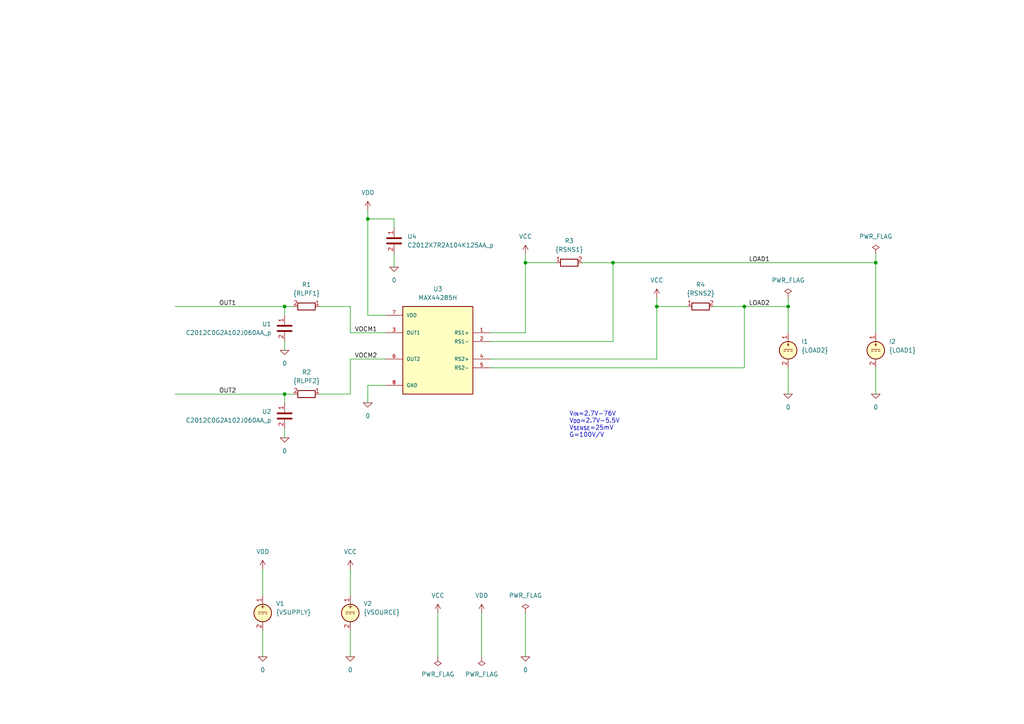
<source format=kicad_sch>
(kicad_sch
	(version 20231120)
	(generator "eeschema")
	(generator_version "8.0")
	(uuid "726cd251-3b1f-4f2f-83eb-874d90af85db")
	(paper "A4")
	(title_block
		(title "Dual channel current sense amplifier")
		(date "2024-10-26")
		(rev "2")
		(company "astroelectronic@")
		(comment 1 "-")
		(comment 2 "-")
		(comment 3 "-")
		(comment 4 "AE01001280")
	)
	(lib_symbols
		(symbol "C_1"
			(pin_names
				(offset 0.254)
			)
			(exclude_from_sim no)
			(in_bom yes)
			(on_board yes)
			(property "Reference" "C"
				(at 0.635 2.54 0)
				(effects
					(font
						(size 1.27 1.27)
					)
					(justify left)
				)
			)
			(property "Value" "C_1"
				(at 0.635 -2.54 0)
				(effects
					(font
						(size 1.27 1.27)
					)
					(justify left)
				)
			)
			(property "Footprint" ""
				(at 0.9652 -3.81 0)
				(effects
					(font
						(size 1.27 1.27)
					)
					(hide yes)
				)
			)
			(property "Datasheet" "~"
				(at 0 0 0)
				(effects
					(font
						(size 1.27 1.27)
					)
					(hide yes)
				)
			)
			(property "Description" "Unpolarized capacitor"
				(at 0 0 0)
				(effects
					(font
						(size 1.27 1.27)
					)
					(hide yes)
				)
			)
			(property "ki_keywords" "cap capacitor"
				(at 0 0 0)
				(effects
					(font
						(size 1.27 1.27)
					)
					(hide yes)
				)
			)
			(property "ki_fp_filters" "C_*"
				(at 0 0 0)
				(effects
					(font
						(size 1.27 1.27)
					)
					(hide yes)
				)
			)
			(symbol "C_1_0_1"
				(polyline
					(pts
						(xy -2.032 -0.762) (xy 2.032 -0.762)
					)
					(stroke
						(width 0.508)
						(type default)
					)
					(fill
						(type none)
					)
				)
				(polyline
					(pts
						(xy -2.032 0.762) (xy 2.032 0.762)
					)
					(stroke
						(width 0.508)
						(type default)
					)
					(fill
						(type none)
					)
				)
			)
			(symbol "C_1_1_1"
				(pin passive line
					(at 0 3.81 270)
					(length 2.794)
					(name "~"
						(effects
							(font
								(size 1.27 1.27)
							)
						)
					)
					(number "1"
						(effects
							(font
								(size 1.27 1.27)
							)
						)
					)
				)
				(pin passive line
					(at 0 -3.81 90)
					(length 2.794)
					(name "~"
						(effects
							(font
								(size 1.27 1.27)
							)
						)
					)
					(number "2"
						(effects
							(font
								(size 1.27 1.27)
							)
						)
					)
				)
			)
		)
		(symbol "C_2"
			(pin_names
				(offset 0.254)
			)
			(exclude_from_sim no)
			(in_bom yes)
			(on_board yes)
			(property "Reference" "C"
				(at 0.635 2.54 0)
				(effects
					(font
						(size 1.27 1.27)
					)
					(justify left)
				)
			)
			(property "Value" "C_2"
				(at 0.635 -2.54 0)
				(effects
					(font
						(size 1.27 1.27)
					)
					(justify left)
				)
			)
			(property "Footprint" ""
				(at 0.9652 -3.81 0)
				(effects
					(font
						(size 1.27 1.27)
					)
					(hide yes)
				)
			)
			(property "Datasheet" "~"
				(at 0 0 0)
				(effects
					(font
						(size 1.27 1.27)
					)
					(hide yes)
				)
			)
			(property "Description" "Unpolarized capacitor"
				(at 0 0 0)
				(effects
					(font
						(size 1.27 1.27)
					)
					(hide yes)
				)
			)
			(property "ki_keywords" "cap capacitor"
				(at 0 0 0)
				(effects
					(font
						(size 1.27 1.27)
					)
					(hide yes)
				)
			)
			(property "ki_fp_filters" "C_*"
				(at 0 0 0)
				(effects
					(font
						(size 1.27 1.27)
					)
					(hide yes)
				)
			)
			(symbol "C_2_0_1"
				(polyline
					(pts
						(xy -2.032 -0.762) (xy 2.032 -0.762)
					)
					(stroke
						(width 0.508)
						(type default)
					)
					(fill
						(type none)
					)
				)
				(polyline
					(pts
						(xy -2.032 0.762) (xy 2.032 0.762)
					)
					(stroke
						(width 0.508)
						(type default)
					)
					(fill
						(type none)
					)
				)
			)
			(symbol "C_2_1_1"
				(pin passive line
					(at 0 3.81 270)
					(length 2.794)
					(name "~"
						(effects
							(font
								(size 1.27 1.27)
							)
						)
					)
					(number "1"
						(effects
							(font
								(size 1.27 1.27)
							)
						)
					)
				)
				(pin passive line
					(at 0 -3.81 90)
					(length 2.794)
					(name "~"
						(effects
							(font
								(size 1.27 1.27)
							)
						)
					)
					(number "2"
						(effects
							(font
								(size 1.27 1.27)
							)
						)
					)
				)
			)
		)
		(symbol "IDC_1_1"
			(pin_names
				(offset 0.0254)
			)
			(exclude_from_sim no)
			(in_bom yes)
			(on_board yes)
			(property "Reference" "I"
				(at 2.54 2.54 0)
				(effects
					(font
						(size 1.27 1.27)
					)
					(justify left)
				)
			)
			(property "Value" "1"
				(at 2.54 0 0)
				(effects
					(font
						(size 1.27 1.27)
					)
					(justify left)
				)
			)
			(property "Footprint" ""
				(at 0 0 0)
				(effects
					(font
						(size 1.27 1.27)
					)
					(hide yes)
				)
			)
			(property "Datasheet" "~"
				(at 0 0 0)
				(effects
					(font
						(size 1.27 1.27)
					)
					(hide yes)
				)
			)
			(property "Description" "Current source, DC"
				(at 0 0 0)
				(effects
					(font
						(size 1.27 1.27)
					)
					(hide yes)
				)
			)
			(property "Sim.Pins" "1=+ 2=-"
				(at 0 0 0)
				(effects
					(font
						(size 1.27 1.27)
					)
					(hide yes)
				)
			)
			(property "Sim.Type" "DC"
				(at 0 0 0)
				(effects
					(font
						(size 1.27 1.27)
					)
					(hide yes)
				)
			)
			(property "Sim.Device" "I"
				(at 0 0 0)
				(effects
					(font
						(size 1.27 1.27)
					)
					(justify left)
					(hide yes)
				)
			)
			(property "Spice_Netlist_Enabled" "Y"
				(at 0 0 0)
				(effects
					(font
						(size 1.27 1.27)
					)
					(justify left)
					(hide yes)
				)
			)
			(property "ki_keywords" "simulation"
				(at 0 0 0)
				(effects
					(font
						(size 1.27 1.27)
					)
					(hide yes)
				)
			)
			(symbol "IDC_1_1_0_0"
				(polyline
					(pts
						(xy -1.27 0.254) (xy 1.27 0.254)
					)
					(stroke
						(width 0)
						(type default)
					)
					(fill
						(type none)
					)
				)
				(polyline
					(pts
						(xy -0.762 -0.254) (xy -1.27 -0.254)
					)
					(stroke
						(width 0)
						(type default)
					)
					(fill
						(type none)
					)
				)
				(polyline
					(pts
						(xy 0.254 -0.254) (xy -0.254 -0.254)
					)
					(stroke
						(width 0)
						(type default)
					)
					(fill
						(type none)
					)
				)
				(polyline
					(pts
						(xy 1.27 -0.254) (xy 0.762 -0.254)
					)
					(stroke
						(width 0)
						(type default)
					)
					(fill
						(type none)
					)
				)
			)
			(symbol "IDC_1_1_0_1"
				(polyline
					(pts
						(xy 0 1.27) (xy 0 2.286)
					)
					(stroke
						(width 0)
						(type default)
					)
					(fill
						(type none)
					)
				)
				(polyline
					(pts
						(xy -0.254 1.778) (xy 0 1.27) (xy 0.254 1.778)
					)
					(stroke
						(width 0)
						(type default)
					)
					(fill
						(type none)
					)
				)
				(circle
					(center 0 0)
					(radius 2.54)
					(stroke
						(width 0.254)
						(type default)
					)
					(fill
						(type background)
					)
				)
			)
			(symbol "IDC_1_1_1_1"
				(pin passive line
					(at 0 5.08 270)
					(length 2.54)
					(name "~"
						(effects
							(font
								(size 1.27 1.27)
							)
						)
					)
					(number "1"
						(effects
							(font
								(size 1.27 1.27)
							)
						)
					)
				)
				(pin passive line
					(at 0 -5.08 90)
					(length 2.54)
					(name "~"
						(effects
							(font
								(size 1.27 1.27)
							)
						)
					)
					(number "2"
						(effects
							(font
								(size 1.27 1.27)
							)
						)
					)
				)
			)
		)
		(symbol "MAX44285H:0"
			(power)
			(pin_names
				(offset 0)
			)
			(exclude_from_sim no)
			(in_bom yes)
			(on_board yes)
			(property "Reference" "#GND"
				(at 0 -2.54 0)
				(effects
					(font
						(size 1.27 1.27)
					)
					(hide yes)
				)
			)
			(property "Value" "0"
				(at 0 -1.778 0)
				(effects
					(font
						(size 1.27 1.27)
					)
				)
			)
			(property "Footprint" ""
				(at 0 0 0)
				(effects
					(font
						(size 1.27 1.27)
					)
					(hide yes)
				)
			)
			(property "Datasheet" "~"
				(at 0 0 0)
				(effects
					(font
						(size 1.27 1.27)
					)
					(hide yes)
				)
			)
			(property "Description" "0V reference potential for simulation"
				(at 0 0 0)
				(effects
					(font
						(size 1.27 1.27)
					)
					(hide yes)
				)
			)
			(property "ki_keywords" "simulation"
				(at 0 0 0)
				(effects
					(font
						(size 1.27 1.27)
					)
					(hide yes)
				)
			)
			(symbol "0_0_1"
				(polyline
					(pts
						(xy -1.27 0) (xy 0 -1.27) (xy 1.27 0) (xy -1.27 0)
					)
					(stroke
						(width 0)
						(type default)
					)
					(fill
						(type none)
					)
				)
			)
			(symbol "0_1_1"
				(pin power_in line
					(at 0 0 0)
					(length 0) hide
					(name "0"
						(effects
							(font
								(size 1.016 1.016)
							)
						)
					)
					(number "1"
						(effects
							(font
								(size 1.016 1.016)
							)
						)
					)
				)
			)
		)
		(symbol "MAX44285H:C"
			(pin_names
				(offset 0.254)
			)
			(exclude_from_sim no)
			(in_bom yes)
			(on_board yes)
			(property "Reference" "C"
				(at 0.635 2.54 0)
				(effects
					(font
						(size 1.27 1.27)
					)
					(justify left)
				)
			)
			(property "Value" "C"
				(at 0.635 -2.54 0)
				(effects
					(font
						(size 1.27 1.27)
					)
					(justify left)
				)
			)
			(property "Footprint" ""
				(at 0.9652 -3.81 0)
				(effects
					(font
						(size 1.27 1.27)
					)
					(hide yes)
				)
			)
			(property "Datasheet" "~"
				(at 0 0 0)
				(effects
					(font
						(size 1.27 1.27)
					)
					(hide yes)
				)
			)
			(property "Description" "Unpolarized capacitor"
				(at 0 0 0)
				(effects
					(font
						(size 1.27 1.27)
					)
					(hide yes)
				)
			)
			(property "ki_keywords" "cap capacitor"
				(at 0 0 0)
				(effects
					(font
						(size 1.27 1.27)
					)
					(hide yes)
				)
			)
			(property "ki_fp_filters" "C_*"
				(at 0 0 0)
				(effects
					(font
						(size 1.27 1.27)
					)
					(hide yes)
				)
			)
			(symbol "C_0_1"
				(polyline
					(pts
						(xy -2.032 -0.762) (xy 2.032 -0.762)
					)
					(stroke
						(width 0.508)
						(type default)
					)
					(fill
						(type none)
					)
				)
				(polyline
					(pts
						(xy -2.032 0.762) (xy 2.032 0.762)
					)
					(stroke
						(width 0.508)
						(type default)
					)
					(fill
						(type none)
					)
				)
			)
			(symbol "C_1_1"
				(pin passive line
					(at 0 3.81 270)
					(length 2.794)
					(name "~"
						(effects
							(font
								(size 1.27 1.27)
							)
						)
					)
					(number "1"
						(effects
							(font
								(size 1.27 1.27)
							)
						)
					)
				)
				(pin passive line
					(at 0 -3.81 90)
					(length 2.794)
					(name "~"
						(effects
							(font
								(size 1.27 1.27)
							)
						)
					)
					(number "2"
						(effects
							(font
								(size 1.27 1.27)
							)
						)
					)
				)
			)
		)
		(symbol "MAX44285H:IDC"
			(pin_names
				(offset 0.0254)
			)
			(exclude_from_sim no)
			(in_bom yes)
			(on_board yes)
			(property "Reference" "I"
				(at 2.54 2.54 0)
				(effects
					(font
						(size 1.27 1.27)
					)
					(justify left)
				)
			)
			(property "Value" "1"
				(at 2.54 0 0)
				(effects
					(font
						(size 1.27 1.27)
					)
					(justify left)
				)
			)
			(property "Footprint" ""
				(at 0 0 0)
				(effects
					(font
						(size 1.27 1.27)
					)
					(hide yes)
				)
			)
			(property "Datasheet" "~"
				(at 0 0 0)
				(effects
					(font
						(size 1.27 1.27)
					)
					(hide yes)
				)
			)
			(property "Description" "Current source, DC"
				(at 0 0 0)
				(effects
					(font
						(size 1.27 1.27)
					)
					(hide yes)
				)
			)
			(property "Sim.Pins" "1=+ 2=-"
				(at 0 0 0)
				(effects
					(font
						(size 1.27 1.27)
					)
					(hide yes)
				)
			)
			(property "Sim.Type" "DC"
				(at 0 0 0)
				(effects
					(font
						(size 1.27 1.27)
					)
					(hide yes)
				)
			)
			(property "Sim.Device" "I"
				(at 0 0 0)
				(effects
					(font
						(size 1.27 1.27)
					)
					(justify left)
					(hide yes)
				)
			)
			(property "Spice_Netlist_Enabled" "Y"
				(at 0 0 0)
				(effects
					(font
						(size 1.27 1.27)
					)
					(justify left)
					(hide yes)
				)
			)
			(property "ki_keywords" "simulation"
				(at 0 0 0)
				(effects
					(font
						(size 1.27 1.27)
					)
					(hide yes)
				)
			)
			(symbol "IDC_0_0"
				(polyline
					(pts
						(xy -1.27 0.254) (xy 1.27 0.254)
					)
					(stroke
						(width 0)
						(type default)
					)
					(fill
						(type none)
					)
				)
				(polyline
					(pts
						(xy -0.762 -0.254) (xy -1.27 -0.254)
					)
					(stroke
						(width 0)
						(type default)
					)
					(fill
						(type none)
					)
				)
				(polyline
					(pts
						(xy 0.254 -0.254) (xy -0.254 -0.254)
					)
					(stroke
						(width 0)
						(type default)
					)
					(fill
						(type none)
					)
				)
				(polyline
					(pts
						(xy 1.27 -0.254) (xy 0.762 -0.254)
					)
					(stroke
						(width 0)
						(type default)
					)
					(fill
						(type none)
					)
				)
			)
			(symbol "IDC_0_1"
				(polyline
					(pts
						(xy 0 1.27) (xy 0 2.286)
					)
					(stroke
						(width 0)
						(type default)
					)
					(fill
						(type none)
					)
				)
				(polyline
					(pts
						(xy -0.254 1.778) (xy 0 1.27) (xy 0.254 1.778)
					)
					(stroke
						(width 0)
						(type default)
					)
					(fill
						(type none)
					)
				)
				(circle
					(center 0 0)
					(radius 2.54)
					(stroke
						(width 0.254)
						(type default)
					)
					(fill
						(type background)
					)
				)
			)
			(symbol "IDC_1_1"
				(pin passive line
					(at 0 5.08 270)
					(length 2.54)
					(name "~"
						(effects
							(font
								(size 1.27 1.27)
							)
						)
					)
					(number "1"
						(effects
							(font
								(size 1.27 1.27)
							)
						)
					)
				)
				(pin passive line
					(at 0 -5.08 90)
					(length 2.54)
					(name "~"
						(effects
							(font
								(size 1.27 1.27)
							)
						)
					)
					(number "2"
						(effects
							(font
								(size 1.27 1.27)
							)
						)
					)
				)
			)
		)
		(symbol "MAX44285H:MAX44285H"
			(pin_names
				(offset 1.016)
			)
			(exclude_from_sim no)
			(in_bom yes)
			(on_board yes)
			(property "Reference" "U"
				(at -10.16 13.7 0)
				(effects
					(font
						(size 1.27 1.27)
					)
					(justify left bottom)
				)
			)
			(property "Value" "MAX44285H"
				(at -10.16 -16.7 0)
				(effects
					(font
						(size 1.27 1.27)
					)
					(justify left bottom)
				)
			)
			(property "Footprint" "Housings_SSOP:MSOP-8_3x3mm_Pitch0.65mm"
				(at 0 0 0)
				(effects
					(font
						(size 1.27 1.27)
					)
					(justify bottom)
					(hide yes)
				)
			)
			(property "Datasheet" "https://www.analog.com/media/en/technical-documentation/data-sheets/max44285.pdf"
				(at 0 0 0)
				(effects
					(font
						(size 1.27 1.27)
					)
					(hide yes)
				)
			)
			(property "Description" ""
				(at 0 0 0)
				(effects
					(font
						(size 1.27 1.27)
					)
					(hide yes)
				)
			)
			(symbol "MAX44285H_0_0"
				(rectangle
					(start -10.16 -12.7)
					(end 10.16 12.7)
					(stroke
						(width 0.254)
						(type default)
					)
					(fill
						(type background)
					)
				)
				(pin passive line
					(at -15.24 5.08 0)
					(length 5.08)
					(name "RS1+"
						(effects
							(font
								(size 1.016 1.016)
							)
						)
					)
					(number "1"
						(effects
							(font
								(size 1.016 1.016)
							)
						)
					)
				)
				(pin passive line
					(at -15.24 2.54 0)
					(length 5.08)
					(name "RS1-"
						(effects
							(font
								(size 1.016 1.016)
							)
						)
					)
					(number "2"
						(effects
							(font
								(size 1.016 1.016)
							)
						)
					)
				)
				(pin passive line
					(at 15.24 5.08 180)
					(length 5.08)
					(name "OUT1"
						(effects
							(font
								(size 1.016 1.016)
							)
						)
					)
					(number "3"
						(effects
							(font
								(size 1.016 1.016)
							)
						)
					)
				)
				(pin passive line
					(at -15.24 -2.54 0)
					(length 5.08)
					(name "RS2+"
						(effects
							(font
								(size 1.016 1.016)
							)
						)
					)
					(number "4"
						(effects
							(font
								(size 1.016 1.016)
							)
						)
					)
				)
				(pin passive line
					(at -15.24 -5.08 0)
					(length 5.08)
					(name "RS2-"
						(effects
							(font
								(size 1.016 1.016)
							)
						)
					)
					(number "5"
						(effects
							(font
								(size 1.016 1.016)
							)
						)
					)
				)
				(pin passive line
					(at 15.24 -2.54 180)
					(length 5.08)
					(name "OUT2"
						(effects
							(font
								(size 1.016 1.016)
							)
						)
					)
					(number "6"
						(effects
							(font
								(size 1.016 1.016)
							)
						)
					)
				)
				(pin passive line
					(at 15.24 10.16 180)
					(length 5.08)
					(name "VDD"
						(effects
							(font
								(size 1.016 1.016)
							)
						)
					)
					(number "7"
						(effects
							(font
								(size 1.016 1.016)
							)
						)
					)
				)
				(pin passive line
					(at 15.24 -10.16 180)
					(length 5.08)
					(name "GND"
						(effects
							(font
								(size 1.016 1.016)
							)
						)
					)
					(number "8"
						(effects
							(font
								(size 1.016 1.016)
							)
						)
					)
				)
			)
		)
		(symbol "MAX44285H:PWR_FLAG"
			(power)
			(pin_numbers hide)
			(pin_names
				(offset 0) hide)
			(exclude_from_sim no)
			(in_bom yes)
			(on_board yes)
			(property "Reference" "#FLG"
				(at 0 1.905 0)
				(effects
					(font
						(size 1.27 1.27)
					)
					(hide yes)
				)
			)
			(property "Value" "PWR_FLAG"
				(at 0 3.81 0)
				(effects
					(font
						(size 1.27 1.27)
					)
				)
			)
			(property "Footprint" ""
				(at 0 0 0)
				(effects
					(font
						(size 1.27 1.27)
					)
					(hide yes)
				)
			)
			(property "Datasheet" "~"
				(at 0 0 0)
				(effects
					(font
						(size 1.27 1.27)
					)
					(hide yes)
				)
			)
			(property "Description" "Special symbol for telling ERC where power comes from"
				(at 0 0 0)
				(effects
					(font
						(size 1.27 1.27)
					)
					(hide yes)
				)
			)
			(property "ki_keywords" "flag power"
				(at 0 0 0)
				(effects
					(font
						(size 1.27 1.27)
					)
					(hide yes)
				)
			)
			(symbol "PWR_FLAG_0_0"
				(pin power_out line
					(at 0 0 90)
					(length 0)
					(name "pwr"
						(effects
							(font
								(size 1.27 1.27)
							)
						)
					)
					(number "1"
						(effects
							(font
								(size 1.27 1.27)
							)
						)
					)
				)
			)
			(symbol "PWR_FLAG_0_1"
				(polyline
					(pts
						(xy 0 0) (xy 0 1.27) (xy -1.016 1.905) (xy 0 2.54) (xy 1.016 1.905) (xy 0 1.27)
					)
					(stroke
						(width 0)
						(type default)
					)
					(fill
						(type none)
					)
				)
			)
		)
		(symbol "MAX44285H:R"
			(pin_names
				(offset 0)
			)
			(exclude_from_sim no)
			(in_bom yes)
			(on_board yes)
			(property "Reference" "R"
				(at 2.032 0 90)
				(effects
					(font
						(size 1.27 1.27)
					)
				)
			)
			(property "Value" "R"
				(at 0 0 90)
				(effects
					(font
						(size 1.27 1.27)
					)
				)
			)
			(property "Footprint" ""
				(at -1.778 0 90)
				(effects
					(font
						(size 1.27 1.27)
					)
					(hide yes)
				)
			)
			(property "Datasheet" "~"
				(at 0 0 0)
				(effects
					(font
						(size 1.27 1.27)
					)
					(hide yes)
				)
			)
			(property "Description" "Resistor"
				(at 0 0 0)
				(effects
					(font
						(size 1.27 1.27)
					)
					(hide yes)
				)
			)
			(property "ki_keywords" "R res resistor"
				(at 0 0 0)
				(effects
					(font
						(size 1.27 1.27)
					)
					(hide yes)
				)
			)
			(property "ki_fp_filters" "R_*"
				(at 0 0 0)
				(effects
					(font
						(size 1.27 1.27)
					)
					(hide yes)
				)
			)
			(symbol "R_0_1"
				(rectangle
					(start -1.016 -2.54)
					(end 1.016 2.54)
					(stroke
						(width 0.254)
						(type default)
					)
					(fill
						(type none)
					)
				)
			)
			(symbol "R_1_1"
				(pin passive line
					(at 0 3.81 270)
					(length 1.27)
					(name "~"
						(effects
							(font
								(size 1.27 1.27)
							)
						)
					)
					(number "1"
						(effects
							(font
								(size 1.27 1.27)
							)
						)
					)
				)
				(pin passive line
					(at 0 -3.81 90)
					(length 1.27)
					(name "~"
						(effects
							(font
								(size 1.27 1.27)
							)
						)
					)
					(number "2"
						(effects
							(font
								(size 1.27 1.27)
							)
						)
					)
				)
			)
		)
		(symbol "MAX44285H:VCC"
			(power)
			(pin_names
				(offset 0)
			)
			(exclude_from_sim no)
			(in_bom yes)
			(on_board yes)
			(property "Reference" "#PWR"
				(at 0 -3.81 0)
				(effects
					(font
						(size 1.27 1.27)
					)
					(hide yes)
				)
			)
			(property "Value" "VCC"
				(at 0 3.81 0)
				(effects
					(font
						(size 1.27 1.27)
					)
				)
			)
			(property "Footprint" ""
				(at 0 0 0)
				(effects
					(font
						(size 1.27 1.27)
					)
					(hide yes)
				)
			)
			(property "Datasheet" ""
				(at 0 0 0)
				(effects
					(font
						(size 1.27 1.27)
					)
					(hide yes)
				)
			)
			(property "Description" "Power symbol creates a global label with name \"VCC\""
				(at 0 0 0)
				(effects
					(font
						(size 1.27 1.27)
					)
					(hide yes)
				)
			)
			(property "ki_keywords" "global power"
				(at 0 0 0)
				(effects
					(font
						(size 1.27 1.27)
					)
					(hide yes)
				)
			)
			(symbol "VCC_0_1"
				(polyline
					(pts
						(xy -0.762 1.27) (xy 0 2.54)
					)
					(stroke
						(width 0)
						(type default)
					)
					(fill
						(type none)
					)
				)
				(polyline
					(pts
						(xy 0 0) (xy 0 2.54)
					)
					(stroke
						(width 0)
						(type default)
					)
					(fill
						(type none)
					)
				)
				(polyline
					(pts
						(xy 0 2.54) (xy 0.762 1.27)
					)
					(stroke
						(width 0)
						(type default)
					)
					(fill
						(type none)
					)
				)
			)
			(symbol "VCC_1_1"
				(pin power_in line
					(at 0 0 90)
					(length 0) hide
					(name "VCC"
						(effects
							(font
								(size 1.27 1.27)
							)
						)
					)
					(number "1"
						(effects
							(font
								(size 1.27 1.27)
							)
						)
					)
				)
			)
		)
		(symbol "MAX44285H:VDC"
			(pin_names
				(offset 0.0254)
			)
			(exclude_from_sim no)
			(in_bom yes)
			(on_board yes)
			(property "Reference" "V"
				(at 2.54 2.54 0)
				(effects
					(font
						(size 1.27 1.27)
					)
					(justify left)
				)
			)
			(property "Value" "1"
				(at 2.54 0 0)
				(effects
					(font
						(size 1.27 1.27)
					)
					(justify left)
				)
			)
			(property "Footprint" ""
				(at 0 0 0)
				(effects
					(font
						(size 1.27 1.27)
					)
					(hide yes)
				)
			)
			(property "Datasheet" "~"
				(at 0 0 0)
				(effects
					(font
						(size 1.27 1.27)
					)
					(hide yes)
				)
			)
			(property "Description" "Voltage source, DC"
				(at 0 0 0)
				(effects
					(font
						(size 1.27 1.27)
					)
					(hide yes)
				)
			)
			(property "Sim.Pins" "1=+ 2=-"
				(at 0 0 0)
				(effects
					(font
						(size 1.27 1.27)
					)
					(hide yes)
				)
			)
			(property "Sim.Type" "DC"
				(at 0 0 0)
				(effects
					(font
						(size 1.27 1.27)
					)
					(hide yes)
				)
			)
			(property "Sim.Device" "V"
				(at 0 0 0)
				(effects
					(font
						(size 1.27 1.27)
					)
					(justify left)
					(hide yes)
				)
			)
			(property "Spice_Netlist_Enabled" "Y"
				(at 0 0 0)
				(effects
					(font
						(size 1.27 1.27)
					)
					(justify left)
					(hide yes)
				)
			)
			(property "ki_keywords" "simulation"
				(at 0 0 0)
				(effects
					(font
						(size 1.27 1.27)
					)
					(hide yes)
				)
			)
			(symbol "VDC_0_0"
				(polyline
					(pts
						(xy -1.27 0.254) (xy 1.27 0.254)
					)
					(stroke
						(width 0)
						(type default)
					)
					(fill
						(type none)
					)
				)
				(polyline
					(pts
						(xy -0.762 -0.254) (xy -1.27 -0.254)
					)
					(stroke
						(width 0)
						(type default)
					)
					(fill
						(type none)
					)
				)
				(polyline
					(pts
						(xy 0.254 -0.254) (xy -0.254 -0.254)
					)
					(stroke
						(width 0)
						(type default)
					)
					(fill
						(type none)
					)
				)
				(polyline
					(pts
						(xy 1.27 -0.254) (xy 0.762 -0.254)
					)
					(stroke
						(width 0)
						(type default)
					)
					(fill
						(type none)
					)
				)
				(text "+"
					(at 0 1.905 0)
					(effects
						(font
							(size 1.27 1.27)
						)
					)
				)
			)
			(symbol "VDC_0_1"
				(circle
					(center 0 0)
					(radius 2.54)
					(stroke
						(width 0.254)
						(type default)
					)
					(fill
						(type background)
					)
				)
			)
			(symbol "VDC_1_1"
				(pin passive line
					(at 0 5.08 270)
					(length 2.54)
					(name "~"
						(effects
							(font
								(size 1.27 1.27)
							)
						)
					)
					(number "1"
						(effects
							(font
								(size 1.27 1.27)
							)
						)
					)
				)
				(pin passive line
					(at 0 -5.08 90)
					(length 2.54)
					(name "~"
						(effects
							(font
								(size 1.27 1.27)
							)
						)
					)
					(number "2"
						(effects
							(font
								(size 1.27 1.27)
							)
						)
					)
				)
			)
		)
		(symbol "MAX44285H:VDD"
			(power)
			(pin_names
				(offset 0)
			)
			(exclude_from_sim no)
			(in_bom yes)
			(on_board yes)
			(property "Reference" "#PWR"
				(at 0 -3.81 0)
				(effects
					(font
						(size 1.27 1.27)
					)
					(hide yes)
				)
			)
			(property "Value" "VDD"
				(at 0 3.81 0)
				(effects
					(font
						(size 1.27 1.27)
					)
				)
			)
			(property "Footprint" ""
				(at 0 0 0)
				(effects
					(font
						(size 1.27 1.27)
					)
					(hide yes)
				)
			)
			(property "Datasheet" ""
				(at 0 0 0)
				(effects
					(font
						(size 1.27 1.27)
					)
					(hide yes)
				)
			)
			(property "Description" "Power symbol creates a global label with name \"VDD\""
				(at 0 0 0)
				(effects
					(font
						(size 1.27 1.27)
					)
					(hide yes)
				)
			)
			(property "ki_keywords" "global power"
				(at 0 0 0)
				(effects
					(font
						(size 1.27 1.27)
					)
					(hide yes)
				)
			)
			(symbol "VDD_0_1"
				(polyline
					(pts
						(xy -0.762 1.27) (xy 0 2.54)
					)
					(stroke
						(width 0)
						(type default)
					)
					(fill
						(type none)
					)
				)
				(polyline
					(pts
						(xy 0 0) (xy 0 2.54)
					)
					(stroke
						(width 0)
						(type default)
					)
					(fill
						(type none)
					)
				)
				(polyline
					(pts
						(xy 0 2.54) (xy 0.762 1.27)
					)
					(stroke
						(width 0)
						(type default)
					)
					(fill
						(type none)
					)
				)
			)
			(symbol "VDD_1_1"
				(pin power_in line
					(at 0 0 90)
					(length 0) hide
					(name "VDD"
						(effects
							(font
								(size 1.27 1.27)
							)
						)
					)
					(number "1"
						(effects
							(font
								(size 1.27 1.27)
							)
						)
					)
				)
			)
		)
		(symbol "R_1"
			(pin_names
				(offset 0)
			)
			(exclude_from_sim no)
			(in_bom yes)
			(on_board yes)
			(property "Reference" "R"
				(at 2.032 0 90)
				(effects
					(font
						(size 1.27 1.27)
					)
				)
			)
			(property "Value" "R_1"
				(at 0 0 90)
				(effects
					(font
						(size 1.27 1.27)
					)
				)
			)
			(property "Footprint" ""
				(at -1.778 0 90)
				(effects
					(font
						(size 1.27 1.27)
					)
					(hide yes)
				)
			)
			(property "Datasheet" "~"
				(at 0 0 0)
				(effects
					(font
						(size 1.27 1.27)
					)
					(hide yes)
				)
			)
			(property "Description" "Resistor"
				(at 0 0 0)
				(effects
					(font
						(size 1.27 1.27)
					)
					(hide yes)
				)
			)
			(property "ki_keywords" "R res resistor"
				(at 0 0 0)
				(effects
					(font
						(size 1.27 1.27)
					)
					(hide yes)
				)
			)
			(property "ki_fp_filters" "R_*"
				(at 0 0 0)
				(effects
					(font
						(size 1.27 1.27)
					)
					(hide yes)
				)
			)
			(symbol "R_1_0_1"
				(rectangle
					(start -1.016 -2.54)
					(end 1.016 2.54)
					(stroke
						(width 0.254)
						(type default)
					)
					(fill
						(type none)
					)
				)
			)
			(symbol "R_1_1_1"
				(pin passive line
					(at 0 3.81 270)
					(length 1.27)
					(name "~"
						(effects
							(font
								(size 1.27 1.27)
							)
						)
					)
					(number "1"
						(effects
							(font
								(size 1.27 1.27)
							)
						)
					)
				)
				(pin passive line
					(at 0 -3.81 90)
					(length 1.27)
					(name "~"
						(effects
							(font
								(size 1.27 1.27)
							)
						)
					)
					(number "2"
						(effects
							(font
								(size 1.27 1.27)
							)
						)
					)
				)
			)
		)
		(symbol "R_2"
			(pin_names
				(offset 0)
			)
			(exclude_from_sim no)
			(in_bom yes)
			(on_board yes)
			(property "Reference" "R"
				(at 2.032 0 90)
				(effects
					(font
						(size 1.27 1.27)
					)
				)
			)
			(property "Value" "R_2"
				(at 0 0 90)
				(effects
					(font
						(size 1.27 1.27)
					)
				)
			)
			(property "Footprint" ""
				(at -1.778 0 90)
				(effects
					(font
						(size 1.27 1.27)
					)
					(hide yes)
				)
			)
			(property "Datasheet" "~"
				(at 0 0 0)
				(effects
					(font
						(size 1.27 1.27)
					)
					(hide yes)
				)
			)
			(property "Description" "Resistor"
				(at 0 0 0)
				(effects
					(font
						(size 1.27 1.27)
					)
					(hide yes)
				)
			)
			(property "ki_keywords" "R res resistor"
				(at 0 0 0)
				(effects
					(font
						(size 1.27 1.27)
					)
					(hide yes)
				)
			)
			(property "ki_fp_filters" "R_*"
				(at 0 0 0)
				(effects
					(font
						(size 1.27 1.27)
					)
					(hide yes)
				)
			)
			(symbol "R_2_0_1"
				(rectangle
					(start -1.016 -2.54)
					(end 1.016 2.54)
					(stroke
						(width 0.254)
						(type default)
					)
					(fill
						(type none)
					)
				)
			)
			(symbol "R_2_1_1"
				(pin passive line
					(at 0 3.81 270)
					(length 1.27)
					(name "~"
						(effects
							(font
								(size 1.27 1.27)
							)
						)
					)
					(number "1"
						(effects
							(font
								(size 1.27 1.27)
							)
						)
					)
				)
				(pin passive line
					(at 0 -3.81 90)
					(length 1.27)
					(name "~"
						(effects
							(font
								(size 1.27 1.27)
							)
						)
					)
					(number "2"
						(effects
							(font
								(size 1.27 1.27)
							)
						)
					)
				)
			)
		)
		(symbol "R_3"
			(pin_names
				(offset 0)
			)
			(exclude_from_sim no)
			(in_bom yes)
			(on_board yes)
			(property "Reference" "R"
				(at 2.032 0 90)
				(effects
					(font
						(size 1.27 1.27)
					)
				)
			)
			(property "Value" "R_3"
				(at 0 0 90)
				(effects
					(font
						(size 1.27 1.27)
					)
				)
			)
			(property "Footprint" ""
				(at -1.778 0 90)
				(effects
					(font
						(size 1.27 1.27)
					)
					(hide yes)
				)
			)
			(property "Datasheet" "~"
				(at 0 0 0)
				(effects
					(font
						(size 1.27 1.27)
					)
					(hide yes)
				)
			)
			(property "Description" "Resistor"
				(at 0 0 0)
				(effects
					(font
						(size 1.27 1.27)
					)
					(hide yes)
				)
			)
			(property "ki_keywords" "R res resistor"
				(at 0 0 0)
				(effects
					(font
						(size 1.27 1.27)
					)
					(hide yes)
				)
			)
			(property "ki_fp_filters" "R_*"
				(at 0 0 0)
				(effects
					(font
						(size 1.27 1.27)
					)
					(hide yes)
				)
			)
			(symbol "R_3_0_1"
				(rectangle
					(start -1.016 -2.54)
					(end 1.016 2.54)
					(stroke
						(width 0.254)
						(type default)
					)
					(fill
						(type none)
					)
				)
			)
			(symbol "R_3_1_1"
				(pin passive line
					(at 0 3.81 270)
					(length 1.27)
					(name "~"
						(effects
							(font
								(size 1.27 1.27)
							)
						)
					)
					(number "1"
						(effects
							(font
								(size 1.27 1.27)
							)
						)
					)
				)
				(pin passive line
					(at 0 -3.81 90)
					(length 1.27)
					(name "~"
						(effects
							(font
								(size 1.27 1.27)
							)
						)
					)
					(number "2"
						(effects
							(font
								(size 1.27 1.27)
							)
						)
					)
				)
			)
		)
		(symbol "VDC_1_1"
			(pin_names
				(offset 0.0254)
			)
			(exclude_from_sim no)
			(in_bom yes)
			(on_board yes)
			(property "Reference" "V"
				(at 2.54 2.54 0)
				(effects
					(font
						(size 1.27 1.27)
					)
					(justify left)
				)
			)
			(property "Value" "1"
				(at 2.54 0 0)
				(effects
					(font
						(size 1.27 1.27)
					)
					(justify left)
				)
			)
			(property "Footprint" ""
				(at 0 0 0)
				(effects
					(font
						(size 1.27 1.27)
					)
					(hide yes)
				)
			)
			(property "Datasheet" "~"
				(at 0 0 0)
				(effects
					(font
						(size 1.27 1.27)
					)
					(hide yes)
				)
			)
			(property "Description" "Voltage source, DC"
				(at 0 0 0)
				(effects
					(font
						(size 1.27 1.27)
					)
					(hide yes)
				)
			)
			(property "Sim.Pins" "1=+ 2=-"
				(at 0 0 0)
				(effects
					(font
						(size 1.27 1.27)
					)
					(hide yes)
				)
			)
			(property "Sim.Type" "DC"
				(at 0 0 0)
				(effects
					(font
						(size 1.27 1.27)
					)
					(hide yes)
				)
			)
			(property "Sim.Device" "V"
				(at 0 0 0)
				(effects
					(font
						(size 1.27 1.27)
					)
					(justify left)
					(hide yes)
				)
			)
			(property "Spice_Netlist_Enabled" "Y"
				(at 0 0 0)
				(effects
					(font
						(size 1.27 1.27)
					)
					(justify left)
					(hide yes)
				)
			)
			(property "ki_keywords" "simulation"
				(at 0 0 0)
				(effects
					(font
						(size 1.27 1.27)
					)
					(hide yes)
				)
			)
			(symbol "VDC_1_1_0_0"
				(polyline
					(pts
						(xy -1.27 0.254) (xy 1.27 0.254)
					)
					(stroke
						(width 0)
						(type default)
					)
					(fill
						(type none)
					)
				)
				(polyline
					(pts
						(xy -0.762 -0.254) (xy -1.27 -0.254)
					)
					(stroke
						(width 0)
						(type default)
					)
					(fill
						(type none)
					)
				)
				(polyline
					(pts
						(xy 0.254 -0.254) (xy -0.254 -0.254)
					)
					(stroke
						(width 0)
						(type default)
					)
					(fill
						(type none)
					)
				)
				(polyline
					(pts
						(xy 1.27 -0.254) (xy 0.762 -0.254)
					)
					(stroke
						(width 0)
						(type default)
					)
					(fill
						(type none)
					)
				)
				(text "+"
					(at 0 1.905 0)
					(effects
						(font
							(size 1.27 1.27)
						)
					)
				)
			)
			(symbol "VDC_1_1_0_1"
				(circle
					(center 0 0)
					(radius 2.54)
					(stroke
						(width 0.254)
						(type default)
					)
					(fill
						(type background)
					)
				)
			)
			(symbol "VDC_1_1_1_1"
				(pin passive line
					(at 0 5.08 270)
					(length 2.54)
					(name "~"
						(effects
							(font
								(size 1.27 1.27)
							)
						)
					)
					(number "1"
						(effects
							(font
								(size 1.27 1.27)
							)
						)
					)
				)
				(pin passive line
					(at 0 -5.08 90)
					(length 2.54)
					(name "~"
						(effects
							(font
								(size 1.27 1.27)
							)
						)
					)
					(number "2"
						(effects
							(font
								(size 1.27 1.27)
							)
						)
					)
				)
			)
		)
	)
	(junction
		(at 106.68 63.5)
		(diameter 0)
		(color 0 0 0 0)
		(uuid "249fc5fa-2b0a-44d3-8614-956ff48c5ef5")
	)
	(junction
		(at 82.55 88.9)
		(diameter 0)
		(color 0 0 0 0)
		(uuid "35289735-52d2-4899-a0e6-a277647873fa")
	)
	(junction
		(at 177.8 76.2)
		(diameter 0)
		(color 0 0 0 0)
		(uuid "4088406d-c750-4be5-a2a1-e467ec225dc2")
	)
	(junction
		(at 215.9 88.9)
		(diameter 0)
		(color 0 0 0 0)
		(uuid "67ff6146-cff3-4e69-9c53-6ccd28d07329")
	)
	(junction
		(at 82.55 114.3)
		(diameter 0)
		(color 0 0 0 0)
		(uuid "9b40e0ee-c5df-4ca1-8e0e-8cc173ab9f48")
	)
	(junction
		(at 228.6 88.9)
		(diameter 0)
		(color 0 0 0 0)
		(uuid "ab35aac0-af3b-4416-9891-d5a3774eca84")
	)
	(junction
		(at 152.4 76.2)
		(diameter 0)
		(color 0 0 0 0)
		(uuid "c50ac667-46cf-45d0-9952-0d572018e41c")
	)
	(junction
		(at 190.5 88.9)
		(diameter 0)
		(color 0 0 0 0)
		(uuid "efe6f830-925e-4f0d-a6bc-b4442d99e8e7")
	)
	(junction
		(at 254 76.2)
		(diameter 0)
		(color 0 0 0 0)
		(uuid "fb407aee-9c83-457e-b238-66bb74214066")
	)
	(wire
		(pts
			(xy 82.55 99.06) (xy 82.55 101.6)
		)
		(stroke
			(width 0)
			(type default)
		)
		(uuid "0179d1d3-f156-4596-8bc0-3059a7d6d011")
	)
	(wire
		(pts
			(xy 111.76 96.52) (xy 101.6 96.52)
		)
		(stroke
			(width 0)
			(type default)
		)
		(uuid "067c8e98-0f53-4e38-8b72-f4e68d6394df")
	)
	(wire
		(pts
			(xy 142.24 106.68) (xy 215.9 106.68)
		)
		(stroke
			(width 0)
			(type default)
		)
		(uuid "068e0dcd-866f-4e67-9e98-9e18bb56b126")
	)
	(wire
		(pts
			(xy 101.6 96.52) (xy 101.6 88.9)
		)
		(stroke
			(width 0)
			(type default)
		)
		(uuid "0eb2880a-494c-45b9-8ea3-bab36163f3be")
	)
	(wire
		(pts
			(xy 82.55 127) (xy 82.55 124.46)
		)
		(stroke
			(width 0)
			(type default)
		)
		(uuid "0f726da6-ea87-4f2c-9141-4b4f80d8f954")
	)
	(wire
		(pts
			(xy 177.8 76.2) (xy 168.91 76.2)
		)
		(stroke
			(width 0)
			(type default)
		)
		(uuid "17466a7f-fe59-4394-acde-6b943c9219a3")
	)
	(wire
		(pts
			(xy 152.4 76.2) (xy 161.29 76.2)
		)
		(stroke
			(width 0)
			(type default)
		)
		(uuid "1f0f1d59-f5a2-4fc4-b2b7-cea2526af691")
	)
	(wire
		(pts
			(xy 228.6 96.52) (xy 228.6 88.9)
		)
		(stroke
			(width 0)
			(type default)
		)
		(uuid "21a7fc59-34d4-48f6-ae9b-ed53171a4e74")
	)
	(wire
		(pts
			(xy 152.4 76.2) (xy 152.4 73.66)
		)
		(stroke
			(width 0)
			(type default)
		)
		(uuid "283c3ea1-acc2-49cd-8db4-561a0d412988")
	)
	(wire
		(pts
			(xy 111.76 91.44) (xy 106.68 91.44)
		)
		(stroke
			(width 0)
			(type default)
		)
		(uuid "41ddf6bd-6d66-4e79-95eb-4e088ba7e509")
	)
	(wire
		(pts
			(xy 101.6 165.1) (xy 101.6 172.72)
		)
		(stroke
			(width 0)
			(type default)
		)
		(uuid "42498ed2-43dc-4446-86cf-341d0270af3a")
	)
	(wire
		(pts
			(xy 127 190.5) (xy 127 177.8)
		)
		(stroke
			(width 0)
			(type default)
		)
		(uuid "451dd35d-07f2-49a4-bcf7-65c6daeadf98")
	)
	(wire
		(pts
			(xy 101.6 88.9) (xy 92.71 88.9)
		)
		(stroke
			(width 0)
			(type default)
		)
		(uuid "4b288c2d-2869-47da-8e26-6cafc5072a26")
	)
	(wire
		(pts
			(xy 106.68 111.76) (xy 106.68 116.84)
		)
		(stroke
			(width 0)
			(type default)
		)
		(uuid "4cdebbbb-c5ce-44cf-9970-0d03acf4bc21")
	)
	(wire
		(pts
			(xy 50.8 114.3) (xy 82.55 114.3)
		)
		(stroke
			(width 0)
			(type default)
		)
		(uuid "4f7e51f1-8b53-4403-9b87-86c2a26b0a60")
	)
	(wire
		(pts
			(xy 215.9 88.9) (xy 228.6 88.9)
		)
		(stroke
			(width 0)
			(type default)
		)
		(uuid "52be3265-9319-480e-bf38-5cd7cd7a9ca5")
	)
	(wire
		(pts
			(xy 111.76 104.14) (xy 101.6 104.14)
		)
		(stroke
			(width 0)
			(type default)
		)
		(uuid "52e40b21-ec37-421a-af0d-f2696a5e9bd4")
	)
	(wire
		(pts
			(xy 50.8 88.9) (xy 82.55 88.9)
		)
		(stroke
			(width 0)
			(type default)
		)
		(uuid "53f5d98b-16f1-44fd-9bb0-4699e6a7c4ef")
	)
	(wire
		(pts
			(xy 228.6 114.3) (xy 228.6 106.68)
		)
		(stroke
			(width 0)
			(type default)
		)
		(uuid "58659152-44a3-4176-8d2b-3e06173284dc")
	)
	(wire
		(pts
			(xy 92.71 114.3) (xy 101.6 114.3)
		)
		(stroke
			(width 0)
			(type default)
		)
		(uuid "597c2392-9d27-4471-826a-875135358cf7")
	)
	(wire
		(pts
			(xy 190.5 88.9) (xy 199.39 88.9)
		)
		(stroke
			(width 0)
			(type default)
		)
		(uuid "66fdce16-b94d-445f-9e3b-ed64cb107c6f")
	)
	(wire
		(pts
			(xy 215.9 88.9) (xy 215.9 106.68)
		)
		(stroke
			(width 0)
			(type default)
		)
		(uuid "7120f1eb-d6a5-4f79-8cdb-a940dea4da56")
	)
	(wire
		(pts
			(xy 142.24 96.52) (xy 152.4 96.52)
		)
		(stroke
			(width 0)
			(type default)
		)
		(uuid "725ceb1b-e296-4b4d-a0ab-992fc1fc8923")
	)
	(wire
		(pts
			(xy 152.4 190.5) (xy 152.4 177.8)
		)
		(stroke
			(width 0)
			(type default)
		)
		(uuid "91210d31-21ae-43e2-a7c2-4f146436b45c")
	)
	(wire
		(pts
			(xy 101.6 104.14) (xy 101.6 114.3)
		)
		(stroke
			(width 0)
			(type default)
		)
		(uuid "93e2f111-c1e4-4d31-8d2b-5cf3beacc94d")
	)
	(wire
		(pts
			(xy 82.55 114.3) (xy 82.55 116.84)
		)
		(stroke
			(width 0)
			(type default)
		)
		(uuid "99f72249-37b0-4584-82e2-7b4235b4172a")
	)
	(wire
		(pts
			(xy 152.4 76.2) (xy 152.4 96.52)
		)
		(stroke
			(width 0)
			(type default)
		)
		(uuid "a72b60b5-e390-45e7-b380-bf23d9bb7533")
	)
	(wire
		(pts
			(xy 190.5 88.9) (xy 190.5 104.14)
		)
		(stroke
			(width 0)
			(type default)
		)
		(uuid "a8013f2d-d089-453d-a88c-ce96264f1be0")
	)
	(wire
		(pts
			(xy 142.24 104.14) (xy 190.5 104.14)
		)
		(stroke
			(width 0)
			(type default)
		)
		(uuid "a9960bed-03fa-4baf-92bc-ffaecc9b0cb8")
	)
	(wire
		(pts
			(xy 106.68 63.5) (xy 114.3 63.5)
		)
		(stroke
			(width 0)
			(type default)
		)
		(uuid "ab5419a4-e846-497b-a59f-38455252eda0")
	)
	(wire
		(pts
			(xy 82.55 114.3) (xy 85.09 114.3)
		)
		(stroke
			(width 0)
			(type default)
		)
		(uuid "aceea45e-1296-455d-96b4-e8d764316377")
	)
	(wire
		(pts
			(xy 82.55 88.9) (xy 82.55 91.44)
		)
		(stroke
			(width 0)
			(type default)
		)
		(uuid "af9e5c36-65fe-459f-9f06-e5bd14674f5e")
	)
	(wire
		(pts
			(xy 177.8 99.06) (xy 177.8 76.2)
		)
		(stroke
			(width 0)
			(type default)
		)
		(uuid "b0921107-5a84-49f8-b28c-6e7efed63643")
	)
	(wire
		(pts
			(xy 114.3 77.47) (xy 114.3 73.66)
		)
		(stroke
			(width 0)
			(type default)
		)
		(uuid "b46115ce-ddc5-45c8-a293-159ec00d1c81")
	)
	(wire
		(pts
			(xy 111.76 111.76) (xy 106.68 111.76)
		)
		(stroke
			(width 0)
			(type default)
		)
		(uuid "ba38cba8-68e9-44bd-a4c1-3b4d9adb4a24")
	)
	(wire
		(pts
			(xy 76.2 165.1) (xy 76.2 172.72)
		)
		(stroke
			(width 0)
			(type default)
		)
		(uuid "bab8aa8c-6109-42ef-8e96-2f6a097e3f2e")
	)
	(wire
		(pts
			(xy 228.6 88.9) (xy 228.6 86.36)
		)
		(stroke
			(width 0)
			(type default)
		)
		(uuid "bde4a731-7e31-4da1-ab11-3266d7b40f15")
	)
	(wire
		(pts
			(xy 106.68 63.5) (xy 106.68 91.44)
		)
		(stroke
			(width 0)
			(type default)
		)
		(uuid "bf199ed6-be6e-43af-8967-0ff2775c306e")
	)
	(wire
		(pts
			(xy 101.6 182.88) (xy 101.6 190.5)
		)
		(stroke
			(width 0)
			(type default)
		)
		(uuid "c37bd91d-ce83-4290-85af-8e675491d4e6")
	)
	(wire
		(pts
			(xy 177.8 76.2) (xy 254 76.2)
		)
		(stroke
			(width 0)
			(type default)
		)
		(uuid "c3eb6432-5a88-4000-81a3-ec7ea4154fba")
	)
	(wire
		(pts
			(xy 254 106.68) (xy 254 114.3)
		)
		(stroke
			(width 0)
			(type default)
		)
		(uuid "c7462315-99c7-4006-88c8-33409d0db4b5")
	)
	(wire
		(pts
			(xy 114.3 66.04) (xy 114.3 63.5)
		)
		(stroke
			(width 0)
			(type default)
		)
		(uuid "c98cdc9c-54f8-4a3e-b534-3f5fb0c0d911")
	)
	(wire
		(pts
			(xy 106.68 63.5) (xy 106.68 60.96)
		)
		(stroke
			(width 0)
			(type default)
		)
		(uuid "caf7d14c-b96a-4701-8027-1d41c76fe9cd")
	)
	(wire
		(pts
			(xy 82.55 88.9) (xy 85.09 88.9)
		)
		(stroke
			(width 0)
			(type default)
		)
		(uuid "cf8bd8c1-a057-4d5f-b10b-5bae4836c5a8")
	)
	(wire
		(pts
			(xy 215.9 88.9) (xy 207.01 88.9)
		)
		(stroke
			(width 0)
			(type default)
		)
		(uuid "d5d7d4cb-f574-4845-a0dc-c2d50dd77697")
	)
	(wire
		(pts
			(xy 254 73.66) (xy 254 76.2)
		)
		(stroke
			(width 0)
			(type default)
		)
		(uuid "d733156f-c244-4765-966e-b3f0db93d8ca")
	)
	(wire
		(pts
			(xy 254 76.2) (xy 254 96.52)
		)
		(stroke
			(width 0)
			(type default)
		)
		(uuid "db5ad195-e6b3-4dac-ac1b-0b9e87dd80ca")
	)
	(wire
		(pts
			(xy 142.24 99.06) (xy 177.8 99.06)
		)
		(stroke
			(width 0)
			(type default)
		)
		(uuid "dee7f303-f689-4b12-91d7-a2294acead49")
	)
	(wire
		(pts
			(xy 139.7 190.5) (xy 139.7 177.8)
		)
		(stroke
			(width 0)
			(type default)
		)
		(uuid "e24bb29c-3991-4d9b-878f-8ec02559f607")
	)
	(wire
		(pts
			(xy 190.5 86.36) (xy 190.5 88.9)
		)
		(stroke
			(width 0)
			(type default)
		)
		(uuid "ed83ee0b-e47e-4c58-9a76-26b59b1bd6ba")
	)
	(wire
		(pts
			(xy 76.2 182.88) (xy 76.2 190.5)
		)
		(stroke
			(width 0)
			(type default)
		)
		(uuid "efb2cd26-cb4c-46f7-9470-4ae7867f41a9")
	)
	(text "V_{IN}=2.7V-76V\nV_{DD}=2.7V-5.5V\nV_{SENSE}=25mV\nG=100V/V"
		(exclude_from_sim no)
		(at 165.1 127 0)
		(effects
			(font
				(size 1.27 1.27)
			)
			(justify left bottom)
		)
		(uuid "8368a31b-1a5e-44f1-8673-d8c83e21d357")
	)
	(label "OUT2"
		(at 63.5 114.3 0)
		(fields_autoplaced yes)
		(effects
			(font
				(size 1.27 1.27)
			)
			(justify left bottom)
		)
		(uuid "07a6b508-2936-4708-ab31-257ff47e2749")
	)
	(label "LOAD1"
		(at 217.17 76.2 0)
		(fields_autoplaced yes)
		(effects
			(font
				(size 1.27 1.27)
			)
			(justify left bottom)
		)
		(uuid "354b863b-8935-4ec3-b407-aaa27c2c6d8e")
	)
	(label "OUT1"
		(at 63.5 88.9 0)
		(fields_autoplaced yes)
		(effects
			(font
				(size 1.27 1.27)
			)
			(justify left bottom)
		)
		(uuid "4710a411-ae08-4146-9275-f8e569e083be")
	)
	(label "LOAD2"
		(at 217.17 88.9 0)
		(fields_autoplaced yes)
		(effects
			(font
				(size 1.27 1.27)
			)
			(justify left bottom)
		)
		(uuid "c473c589-8799-43e5-a56b-e7eaea49a115")
	)
	(label "VOCM2"
		(at 102.87 104.14 0)
		(fields_autoplaced yes)
		(effects
			(font
				(size 1.27 1.27)
			)
			(justify left bottom)
		)
		(uuid "cb0e73db-f73a-4ba1-9107-4ead7a092884")
	)
	(label "VOCM1"
		(at 102.87 96.52 0)
		(fields_autoplaced yes)
		(effects
			(font
				(size 1.27 1.27)
			)
			(justify left bottom)
		)
		(uuid "f2cb9c79-3240-4370-b5bb-28bd83a5afd3")
	)
	(symbol
		(lib_id "MAX44285H:VCC")
		(at 190.5 86.36 0)
		(unit 1)
		(exclude_from_sim no)
		(in_bom yes)
		(on_board yes)
		(dnp no)
		(fields_autoplaced yes)
		(uuid "03cdf08d-18f8-4609-8200-e7408bc40a3b")
		(property "Reference" "#PWR07"
			(at 190.5 90.17 0)
			(effects
				(font
					(size 1.27 1.27)
				)
				(hide yes)
			)
		)
		(property "Value" "VCC"
			(at 190.5 81.28 0)
			(effects
				(font
					(size 1.27 1.27)
				)
			)
		)
		(property "Footprint" ""
			(at 190.5 86.36 0)
			(effects
				(font
					(size 1.27 1.27)
				)
				(hide yes)
			)
		)
		(property "Datasheet" ""
			(at 190.5 86.36 0)
			(effects
				(font
					(size 1.27 1.27)
				)
				(hide yes)
			)
		)
		(property "Description" ""
			(at 190.5 86.36 0)
			(effects
				(font
					(size 1.27 1.27)
				)
				(hide yes)
			)
		)
		(pin "1"
			(uuid "b3064371-5a2c-4817-be62-0f451cbd8912")
		)
		(instances
			(project ""
				(path "/726cd251-3b1f-4f2f-83eb-874d90af85db"
					(reference "#PWR07")
					(unit 1)
				)
			)
		)
	)
	(symbol
		(lib_name "R_3")
		(lib_id "MAX44285H:R_3")
		(at 165.1 76.2 90)
		(unit 1)
		(exclude_from_sim no)
		(in_bom yes)
		(on_board yes)
		(dnp no)
		(fields_autoplaced yes)
		(uuid "09e9f5a9-3c00-468f-9b56-5fcd7b818954")
		(property "Reference" "R3"
			(at 165.1 69.85 90)
			(effects
				(font
					(size 1.27 1.27)
				)
			)
		)
		(property "Value" "{RSNS1}"
			(at 165.1 72.39 90)
			(effects
				(font
					(size 1.27 1.27)
				)
			)
		)
		(property "Footprint" ""
			(at 165.1 77.978 90)
			(effects
				(font
					(size 1.27 1.27)
				)
				(hide yes)
			)
		)
		(property "Datasheet" "~"
			(at 165.1 76.2 0)
			(effects
				(font
					(size 1.27 1.27)
				)
				(hide yes)
			)
		)
		(property "Description" ""
			(at 165.1 76.2 0)
			(effects
				(font
					(size 1.27 1.27)
				)
				(hide yes)
			)
		)
		(pin "1"
			(uuid "b900a5f8-af2c-423b-af7b-c4b283fcc8c0")
		)
		(pin "2"
			(uuid "f5b5d826-c5be-4405-b7f8-e436659399cb")
		)
		(instances
			(project ""
				(path "/726cd251-3b1f-4f2f-83eb-874d90af85db"
					(reference "R3")
					(unit 1)
				)
			)
		)
	)
	(symbol
		(lib_id "MAX44285H:0")
		(at 254 114.3 0)
		(unit 1)
		(exclude_from_sim no)
		(in_bom yes)
		(on_board yes)
		(dnp no)
		(fields_autoplaced yes)
		(uuid "12aa2458-2cc7-40e5-bff7-60eca4fdbb23")
		(property "Reference" "#GND09"
			(at 254 116.84 0)
			(effects
				(font
					(size 1.27 1.27)
				)
				(hide yes)
			)
		)
		(property "Value" "0"
			(at 254 118.11 0)
			(effects
				(font
					(size 1.27 1.27)
				)
			)
		)
		(property "Footprint" ""
			(at 254 114.3 0)
			(effects
				(font
					(size 1.27 1.27)
				)
				(hide yes)
			)
		)
		(property "Datasheet" "~"
			(at 254 114.3 0)
			(effects
				(font
					(size 1.27 1.27)
				)
				(hide yes)
			)
		)
		(property "Description" ""
			(at 254 114.3 0)
			(effects
				(font
					(size 1.27 1.27)
				)
				(hide yes)
			)
		)
		(pin "1"
			(uuid "36f5886e-c159-495d-8193-0d6ee1662d0d")
		)
		(instances
			(project ""
				(path "/726cd251-3b1f-4f2f-83eb-874d90af85db"
					(reference "#GND09")
					(unit 1)
				)
			)
		)
	)
	(symbol
		(lib_name "R_2")
		(lib_id "MAX44285H:R_2")
		(at 88.9 114.3 270)
		(mirror x)
		(unit 1)
		(exclude_from_sim no)
		(in_bom yes)
		(on_board yes)
		(dnp no)
		(fields_autoplaced yes)
		(uuid "17eec103-566e-45d8-ace7-2adf20f6f67a")
		(property "Reference" "R2"
			(at 88.9 107.95 90)
			(effects
				(font
					(size 1.27 1.27)
				)
			)
		)
		(property "Value" "{RLPF2}"
			(at 88.9 110.49 90)
			(effects
				(font
					(size 1.27 1.27)
				)
			)
		)
		(property "Footprint" ""
			(at 88.9 116.078 90)
			(effects
				(font
					(size 1.27 1.27)
				)
				(hide yes)
			)
		)
		(property "Datasheet" "~"
			(at 88.9 114.3 0)
			(effects
				(font
					(size 1.27 1.27)
				)
				(hide yes)
			)
		)
		(property "Description" ""
			(at 88.9 114.3 0)
			(effects
				(font
					(size 1.27 1.27)
				)
				(hide yes)
			)
		)
		(pin "1"
			(uuid "0a00e2f4-2d2d-4408-96d3-9685f12fa2e1")
		)
		(pin "2"
			(uuid "b9371018-38bf-4a99-8981-346c6ef626ec")
		)
		(instances
			(project ""
				(path "/726cd251-3b1f-4f2f-83eb-874d90af85db"
					(reference "R2")
					(unit 1)
				)
			)
		)
	)
	(symbol
		(lib_id "MAX44285H:0")
		(at 152.4 190.5 0)
		(unit 1)
		(exclude_from_sim no)
		(in_bom yes)
		(on_board yes)
		(dnp no)
		(fields_autoplaced yes)
		(uuid "30f5cd1a-d962-42ca-8882-4b2e36dcc750")
		(property "Reference" "#GND07"
			(at 152.4 193.04 0)
			(effects
				(font
					(size 1.27 1.27)
				)
				(hide yes)
			)
		)
		(property "Value" "0"
			(at 152.4 194.31 0)
			(effects
				(font
					(size 1.27 1.27)
				)
			)
		)
		(property "Footprint" ""
			(at 152.4 190.5 0)
			(effects
				(font
					(size 1.27 1.27)
				)
				(hide yes)
			)
		)
		(property "Datasheet" "~"
			(at 152.4 190.5 0)
			(effects
				(font
					(size 1.27 1.27)
				)
				(hide yes)
			)
		)
		(property "Description" ""
			(at 152.4 190.5 0)
			(effects
				(font
					(size 1.27 1.27)
				)
				(hide yes)
			)
		)
		(pin "1"
			(uuid "3d83d7a2-1407-40fe-87a1-47f6aa1ab21e")
		)
		(instances
			(project ""
				(path "/726cd251-3b1f-4f2f-83eb-874d90af85db"
					(reference "#GND07")
					(unit 1)
				)
			)
		)
	)
	(symbol
		(lib_id "MAX44285H:0")
		(at 76.2 190.5 0)
		(unit 1)
		(exclude_from_sim no)
		(in_bom yes)
		(on_board yes)
		(dnp no)
		(fields_autoplaced yes)
		(uuid "37c33d54-1634-4e57-bd46-73b10ae5d974")
		(property "Reference" "#GND03"
			(at 76.2 193.04 0)
			(effects
				(font
					(size 1.27 1.27)
				)
				(hide yes)
			)
		)
		(property "Value" "0"
			(at 76.2 194.31 0)
			(effects
				(font
					(size 1.27 1.27)
				)
			)
		)
		(property "Footprint" ""
			(at 76.2 190.5 0)
			(effects
				(font
					(size 1.27 1.27)
				)
				(hide yes)
			)
		)
		(property "Datasheet" "~"
			(at 76.2 190.5 0)
			(effects
				(font
					(size 1.27 1.27)
				)
				(hide yes)
			)
		)
		(property "Description" ""
			(at 76.2 190.5 0)
			(effects
				(font
					(size 1.27 1.27)
				)
				(hide yes)
			)
		)
		(pin "1"
			(uuid "b7c84506-aa35-438b-a3b1-c7957519d353")
		)
		(instances
			(project ""
				(path "/726cd251-3b1f-4f2f-83eb-874d90af85db"
					(reference "#GND03")
					(unit 1)
				)
			)
		)
	)
	(symbol
		(lib_name "MAX44285H:VDC")
		(lib_id "MAX44285H:VDC")
		(at 101.6 177.8 0)
		(unit 1)
		(exclude_from_sim no)
		(in_bom yes)
		(on_board yes)
		(dnp no)
		(fields_autoplaced yes)
		(uuid "3a3f9fff-5208-4861-b281-602c0d454c04")
		(property "Reference" "V2"
			(at 105.41 175.0701 0)
			(effects
				(font
					(size 1.27 1.27)
				)
				(justify left)
			)
		)
		(property "Value" "{VSOURCE}"
			(at 105.41 177.6101 0)
			(effects
				(font
					(size 1.27 1.27)
				)
				(justify left)
			)
		)
		(property "Footprint" ""
			(at 101.6 177.8 0)
			(effects
				(font
					(size 1.27 1.27)
				)
				(hide yes)
			)
		)
		(property "Datasheet" "~"
			(at 101.6 177.8 0)
			(effects
				(font
					(size 1.27 1.27)
				)
				(hide yes)
			)
		)
		(property "Description" ""
			(at 101.6 177.8 0)
			(effects
				(font
					(size 1.27 1.27)
				)
				(hide yes)
			)
		)
		(property "Sim.Device" "SPICE"
			(at 101.6 177.8 0)
			(effects
				(font
					(size 1.27 1.27)
				)
				(justify left)
				(hide yes)
			)
		)
		(property "Sim.Params" "type=\"V\" model=\"{VSOURCE}\" lib=\"\""
			(at 0 0 0)
			(effects
				(font
					(size 1.27 1.27)
				)
				(hide yes)
			)
		)
		(property "Sim.Pins" "1=1 2=2"
			(at 0 0 0)
			(effects
				(font
					(size 1.27 1.27)
				)
				(hide yes)
			)
		)
		(pin "1"
			(uuid "037784ed-a6cc-4b93-9d98-d73bba9ef789")
		)
		(pin "2"
			(uuid "4543cc6d-4940-4ac9-af7e-f06867449860")
		)
		(instances
			(project ""
				(path "/726cd251-3b1f-4f2f-83eb-874d90af85db"
					(reference "V2")
					(unit 1)
				)
			)
		)
	)
	(symbol
		(lib_id "MAX44285H:R")
		(at 203.2 88.9 90)
		(unit 1)
		(exclude_from_sim no)
		(in_bom yes)
		(on_board yes)
		(dnp no)
		(fields_autoplaced yes)
		(uuid "449c7b8d-1feb-468d-9057-e276b59f96c1")
		(property "Reference" "R4"
			(at 203.2 82.55 90)
			(effects
				(font
					(size 1.27 1.27)
				)
			)
		)
		(property "Value" "{RSNS2}"
			(at 203.2 85.09 90)
			(effects
				(font
					(size 1.27 1.27)
				)
			)
		)
		(property "Footprint" ""
			(at 203.2 90.678 90)
			(effects
				(font
					(size 1.27 1.27)
				)
				(hide yes)
			)
		)
		(property "Datasheet" "~"
			(at 203.2 88.9 0)
			(effects
				(font
					(size 1.27 1.27)
				)
				(hide yes)
			)
		)
		(property "Description" ""
			(at 203.2 88.9 0)
			(effects
				(font
					(size 1.27 1.27)
				)
				(hide yes)
			)
		)
		(pin "1"
			(uuid "6783c86e-8903-493e-b0e8-edf8df88cdfa")
		)
		(pin "2"
			(uuid "29f3bf9d-e495-4018-ae92-9f2f17eb4be2")
		)
		(instances
			(project ""
				(path "/726cd251-3b1f-4f2f-83eb-874d90af85db"
					(reference "R4")
					(unit 1)
				)
			)
		)
	)
	(symbol
		(lib_id "MAX44285H:PWR_FLAG")
		(at 228.6 86.36 0)
		(unit 1)
		(exclude_from_sim no)
		(in_bom yes)
		(on_board yes)
		(dnp no)
		(fields_autoplaced yes)
		(uuid "7177eced-7a17-44ff-b147-41cd54300c0b")
		(property "Reference" "#FLG04"
			(at 228.6 84.455 0)
			(effects
				(font
					(size 1.27 1.27)
				)
				(hide yes)
			)
		)
		(property "Value" "PWR_FLAG"
			(at 228.6 81.28 0)
			(effects
				(font
					(size 1.27 1.27)
				)
			)
		)
		(property "Footprint" ""
			(at 228.6 86.36 0)
			(effects
				(font
					(size 1.27 1.27)
				)
				(hide yes)
			)
		)
		(property "Datasheet" "~"
			(at 228.6 86.36 0)
			(effects
				(font
					(size 1.27 1.27)
				)
				(hide yes)
			)
		)
		(property "Description" ""
			(at 228.6 86.36 0)
			(effects
				(font
					(size 1.27 1.27)
				)
				(hide yes)
			)
		)
		(pin "1"
			(uuid "9a2b3a50-612d-4cd0-93d1-35144fc00de8")
		)
		(instances
			(project ""
				(path "/726cd251-3b1f-4f2f-83eb-874d90af85db"
					(reference "#FLG04")
					(unit 1)
				)
			)
		)
	)
	(symbol
		(lib_id "MAX44285H:VDD")
		(at 76.2 165.1 0)
		(unit 1)
		(exclude_from_sim no)
		(in_bom yes)
		(on_board yes)
		(dnp no)
		(fields_autoplaced yes)
		(uuid "71d552ca-9c84-4eae-a5d3-d291c67b7794")
		(property "Reference" "#PWR01"
			(at 76.2 168.91 0)
			(effects
				(font
					(size 1.27 1.27)
				)
				(hide yes)
			)
		)
		(property "Value" "VDD"
			(at 76.2 160.02 0)
			(effects
				(font
					(size 1.27 1.27)
				)
			)
		)
		(property "Footprint" ""
			(at 76.2 165.1 0)
			(effects
				(font
					(size 1.27 1.27)
				)
				(hide yes)
			)
		)
		(property "Datasheet" ""
			(at 76.2 165.1 0)
			(effects
				(font
					(size 1.27 1.27)
				)
				(hide yes)
			)
		)
		(property "Description" ""
			(at 76.2 165.1 0)
			(effects
				(font
					(size 1.27 1.27)
				)
				(hide yes)
			)
		)
		(pin "1"
			(uuid "59638d8c-d223-48f5-9f84-1d8c8de75ac5")
		)
		(instances
			(project ""
				(path "/726cd251-3b1f-4f2f-83eb-874d90af85db"
					(reference "#PWR01")
					(unit 1)
				)
			)
		)
	)
	(symbol
		(lib_name "MAX44285H:IDC")
		(lib_id "MAX44285H:IDC")
		(at 254 101.6 0)
		(unit 1)
		(exclude_from_sim no)
		(in_bom yes)
		(on_board yes)
		(dnp no)
		(fields_autoplaced yes)
		(uuid "72018b29-f19e-4e15-a94b-8399522fca28")
		(property "Reference" "I2"
			(at 257.81 99.0599 0)
			(effects
				(font
					(size 1.27 1.27)
				)
				(justify left)
			)
		)
		(property "Value" "{LOAD1}"
			(at 257.81 101.5999 0)
			(effects
				(font
					(size 1.27 1.27)
				)
				(justify left)
			)
		)
		(property "Footprint" ""
			(at 254 101.6 0)
			(effects
				(font
					(size 1.27 1.27)
				)
				(hide yes)
			)
		)
		(property "Datasheet" "~"
			(at 254 101.6 0)
			(effects
				(font
					(size 1.27 1.27)
				)
				(hide yes)
			)
		)
		(property "Description" ""
			(at 254 101.6 0)
			(effects
				(font
					(size 1.27 1.27)
				)
				(hide yes)
			)
		)
		(property "Sim.Device" "SPICE"
			(at 254 101.6 0)
			(effects
				(font
					(size 1.27 1.27)
				)
				(justify left)
				(hide yes)
			)
		)
		(property "Sim.Params" "type=\"I\" model=\"{LOAD1}\" lib=\"\""
			(at 0 0 0)
			(effects
				(font
					(size 1.27 1.27)
				)
				(hide yes)
			)
		)
		(property "Sim.Pins" "1=1 2=2"
			(at 0 0 0)
			(effects
				(font
					(size 1.27 1.27)
				)
				(hide yes)
			)
		)
		(pin "1"
			(uuid "a8c6924a-bb54-4b4e-8e1d-b6549929dc59")
		)
		(pin "2"
			(uuid "f66b9985-97f4-408c-a8d9-952dafda407f")
		)
		(instances
			(project ""
				(path "/726cd251-3b1f-4f2f-83eb-874d90af85db"
					(reference "I2")
					(unit 1)
				)
			)
		)
	)
	(symbol
		(lib_id "MAX44285H:0")
		(at 114.3 77.47 0)
		(unit 1)
		(exclude_from_sim no)
		(in_bom yes)
		(on_board yes)
		(dnp no)
		(fields_autoplaced yes)
		(uuid "756baa03-b4a9-4bfb-9488-027ecb96bc40")
		(property "Reference" "#GND06"
			(at 114.3 80.01 0)
			(effects
				(font
					(size 1.27 1.27)
				)
				(hide yes)
			)
		)
		(property "Value" "0"
			(at 114.3 81.28 0)
			(effects
				(font
					(size 1.27 1.27)
				)
			)
		)
		(property "Footprint" ""
			(at 114.3 77.47 0)
			(effects
				(font
					(size 1.27 1.27)
				)
				(hide yes)
			)
		)
		(property "Datasheet" "~"
			(at 114.3 77.47 0)
			(effects
				(font
					(size 1.27 1.27)
				)
				(hide yes)
			)
		)
		(property "Description" ""
			(at 114.3 77.47 0)
			(effects
				(font
					(size 1.27 1.27)
				)
				(hide yes)
			)
		)
		(pin "1"
			(uuid "b2b2fff0-6824-4752-8fcd-d1d25c1e415c")
		)
		(instances
			(project ""
				(path "/726cd251-3b1f-4f2f-83eb-874d90af85db"
					(reference "#GND06")
					(unit 1)
				)
			)
		)
	)
	(symbol
		(lib_id "MAX44285H:VDD")
		(at 139.7 177.8 0)
		(unit 1)
		(exclude_from_sim no)
		(in_bom yes)
		(on_board yes)
		(dnp no)
		(fields_autoplaced yes)
		(uuid "76eec16f-330b-48dc-8401-957a8c118617")
		(property "Reference" "#PWR05"
			(at 139.7 181.61 0)
			(effects
				(font
					(size 1.27 1.27)
				)
				(hide yes)
			)
		)
		(property "Value" "VDD"
			(at 139.7 172.72 0)
			(effects
				(font
					(size 1.27 1.27)
				)
			)
		)
		(property "Footprint" ""
			(at 139.7 177.8 0)
			(effects
				(font
					(size 1.27 1.27)
				)
				(hide yes)
			)
		)
		(property "Datasheet" ""
			(at 139.7 177.8 0)
			(effects
				(font
					(size 1.27 1.27)
				)
				(hide yes)
			)
		)
		(property "Description" ""
			(at 139.7 177.8 0)
			(effects
				(font
					(size 1.27 1.27)
				)
				(hide yes)
			)
		)
		(pin "1"
			(uuid "5ea970eb-3a06-43c0-b5b5-9f8bfacc56b7")
		)
		(instances
			(project ""
				(path "/726cd251-3b1f-4f2f-83eb-874d90af85db"
					(reference "#PWR05")
					(unit 1)
				)
			)
		)
	)
	(symbol
		(lib_id "MAX44285H:VCC")
		(at 152.4 73.66 0)
		(unit 1)
		(exclude_from_sim no)
		(in_bom yes)
		(on_board yes)
		(dnp no)
		(fields_autoplaced yes)
		(uuid "7adb9c5c-7b49-421a-82a6-26134c3d57d2")
		(property "Reference" "#PWR06"
			(at 152.4 77.47 0)
			(effects
				(font
					(size 1.27 1.27)
				)
				(hide yes)
			)
		)
		(property "Value" "VCC"
			(at 152.4 68.58 0)
			(effects
				(font
					(size 1.27 1.27)
				)
			)
		)
		(property "Footprint" ""
			(at 152.4 73.66 0)
			(effects
				(font
					(size 1.27 1.27)
				)
				(hide yes)
			)
		)
		(property "Datasheet" ""
			(at 152.4 73.66 0)
			(effects
				(font
					(size 1.27 1.27)
				)
				(hide yes)
			)
		)
		(property "Description" ""
			(at 152.4 73.66 0)
			(effects
				(font
					(size 1.27 1.27)
				)
				(hide yes)
			)
		)
		(pin "1"
			(uuid "02a2b619-f971-4d3c-842c-5a96353fd382")
		)
		(instances
			(project ""
				(path "/726cd251-3b1f-4f2f-83eb-874d90af85db"
					(reference "#PWR06")
					(unit 1)
				)
			)
		)
	)
	(symbol
		(lib_id "MAX44285H:VCC")
		(at 127 177.8 0)
		(unit 1)
		(exclude_from_sim no)
		(in_bom yes)
		(on_board yes)
		(dnp no)
		(fields_autoplaced yes)
		(uuid "7d610a76-2bbc-4a24-b27c-19f511b54f8e")
		(property "Reference" "#PWR04"
			(at 127 181.61 0)
			(effects
				(font
					(size 1.27 1.27)
				)
				(hide yes)
			)
		)
		(property "Value" "VCC"
			(at 127 172.72 0)
			(effects
				(font
					(size 1.27 1.27)
				)
			)
		)
		(property "Footprint" ""
			(at 127 177.8 0)
			(effects
				(font
					(size 1.27 1.27)
				)
				(hide yes)
			)
		)
		(property "Datasheet" ""
			(at 127 177.8 0)
			(effects
				(font
					(size 1.27 1.27)
				)
				(hide yes)
			)
		)
		(property "Description" ""
			(at 127 177.8 0)
			(effects
				(font
					(size 1.27 1.27)
				)
				(hide yes)
			)
		)
		(pin "1"
			(uuid "7f12242b-4e5f-43f9-948f-e61570e12b45")
		)
		(instances
			(project ""
				(path "/726cd251-3b1f-4f2f-83eb-874d90af85db"
					(reference "#PWR04")
					(unit 1)
				)
			)
		)
	)
	(symbol
		(lib_id "MAX44285H:PWR_FLAG")
		(at 254 73.66 0)
		(unit 1)
		(exclude_from_sim no)
		(in_bom yes)
		(on_board yes)
		(dnp no)
		(fields_autoplaced yes)
		(uuid "80979fcf-2146-4aa1-b51c-aa3120d3bb51")
		(property "Reference" "#FLG05"
			(at 254 71.755 0)
			(effects
				(font
					(size 1.27 1.27)
				)
				(hide yes)
			)
		)
		(property "Value" "PWR_FLAG"
			(at 254 68.58 0)
			(effects
				(font
					(size 1.27 1.27)
				)
			)
		)
		(property "Footprint" ""
			(at 254 73.66 0)
			(effects
				(font
					(size 1.27 1.27)
				)
				(hide yes)
			)
		)
		(property "Datasheet" "~"
			(at 254 73.66 0)
			(effects
				(font
					(size 1.27 1.27)
				)
				(hide yes)
			)
		)
		(property "Description" ""
			(at 254 73.66 0)
			(effects
				(font
					(size 1.27 1.27)
				)
				(hide yes)
			)
		)
		(pin "1"
			(uuid "d19b221e-a03b-4b63-aa94-83fc252b057c")
		)
		(instances
			(project ""
				(path "/726cd251-3b1f-4f2f-83eb-874d90af85db"
					(reference "#FLG05")
					(unit 1)
				)
			)
		)
	)
	(symbol
		(lib_id "MAX44285H:0")
		(at 82.55 127 0)
		(mirror y)
		(unit 1)
		(exclude_from_sim no)
		(in_bom yes)
		(on_board yes)
		(dnp no)
		(fields_autoplaced yes)
		(uuid "8ac78711-69ca-4480-8972-4e9c5adf8d8f")
		(property "Reference" "#GND02"
			(at 82.55 129.54 0)
			(effects
				(font
					(size 1.27 1.27)
				)
				(hide yes)
			)
		)
		(property "Value" "0"
			(at 82.55 130.81 0)
			(effects
				(font
					(size 1.27 1.27)
				)
			)
		)
		(property "Footprint" ""
			(at 82.55 127 0)
			(effects
				(font
					(size 1.27 1.27)
				)
				(hide yes)
			)
		)
		(property "Datasheet" "~"
			(at 82.55 127 0)
			(effects
				(font
					(size 1.27 1.27)
				)
				(hide yes)
			)
		)
		(property "Description" ""
			(at 82.55 127 0)
			(effects
				(font
					(size 1.27 1.27)
				)
				(hide yes)
			)
		)
		(pin "1"
			(uuid "a531f77d-e6e4-4107-a24e-71c313da143a")
		)
		(instances
			(project ""
				(path "/726cd251-3b1f-4f2f-83eb-874d90af85db"
					(reference "#GND02")
					(unit 1)
				)
			)
		)
	)
	(symbol
		(lib_id "MAX44285H:0")
		(at 101.6 190.5 0)
		(unit 1)
		(exclude_from_sim no)
		(in_bom yes)
		(on_board yes)
		(dnp no)
		(fields_autoplaced yes)
		(uuid "8cf1f8ff-7718-4ecd-8dcb-04daee98a1cc")
		(property "Reference" "#GND04"
			(at 101.6 193.04 0)
			(effects
				(font
					(size 1.27 1.27)
				)
				(hide yes)
			)
		)
		(property "Value" "0"
			(at 101.6 194.31 0)
			(effects
				(font
					(size 1.27 1.27)
				)
			)
		)
		(property "Footprint" ""
			(at 101.6 190.5 0)
			(effects
				(font
					(size 1.27 1.27)
				)
				(hide yes)
			)
		)
		(property "Datasheet" "~"
			(at 101.6 190.5 0)
			(effects
				(font
					(size 1.27 1.27)
				)
				(hide yes)
			)
		)
		(property "Description" ""
			(at 101.6 190.5 0)
			(effects
				(font
					(size 1.27 1.27)
				)
				(hide yes)
			)
		)
		(pin "1"
			(uuid "d3c3fad7-9c42-4651-b514-5d555147f62e")
		)
		(instances
			(project ""
				(path "/726cd251-3b1f-4f2f-83eb-874d90af85db"
					(reference "#GND04")
					(unit 1)
				)
			)
		)
	)
	(symbol
		(lib_id "MAX44285H:PWR_FLAG")
		(at 152.4 177.8 0)
		(unit 1)
		(exclude_from_sim no)
		(in_bom yes)
		(on_board yes)
		(dnp no)
		(fields_autoplaced yes)
		(uuid "911666cf-1687-40a9-be42-620c805c6c39")
		(property "Reference" "#FLG03"
			(at 152.4 175.895 0)
			(effects
				(font
					(size 1.27 1.27)
				)
				(hide yes)
			)
		)
		(property "Value" "PWR_FLAG"
			(at 152.4 172.72 0)
			(effects
				(font
					(size 1.27 1.27)
				)
			)
		)
		(property "Footprint" ""
			(at 152.4 177.8 0)
			(effects
				(font
					(size 1.27 1.27)
				)
				(hide yes)
			)
		)
		(property "Datasheet" "~"
			(at 152.4 177.8 0)
			(effects
				(font
					(size 1.27 1.27)
				)
				(hide yes)
			)
		)
		(property "Description" ""
			(at 152.4 177.8 0)
			(effects
				(font
					(size 1.27 1.27)
				)
				(hide yes)
			)
		)
		(pin "1"
			(uuid "d424d37b-1b57-4468-9c4f-e3cb199e7400")
		)
		(instances
			(project ""
				(path "/726cd251-3b1f-4f2f-83eb-874d90af85db"
					(reference "#FLG03")
					(unit 1)
				)
			)
		)
	)
	(symbol
		(lib_name "C_2")
		(lib_id "MAX44285H:C_2")
		(at 82.55 120.65 0)
		(mirror y)
		(unit 1)
		(exclude_from_sim no)
		(in_bom yes)
		(on_board yes)
		(dnp no)
		(fields_autoplaced yes)
		(uuid "96a6ddcf-af59-43ad-8110-d385f6bb1d61")
		(property "Reference" "U2"
			(at 78.74 119.3799 0)
			(effects
				(font
					(size 1.27 1.27)
				)
				(justify left)
			)
		)
		(property "Value" "C2012C0G2A102J060AA_p"
			(at 78.74 121.9199 0)
			(effects
				(font
					(size 1.27 1.27)
				)
				(justify left)
			)
		)
		(property "Footprint" ""
			(at 81.5848 124.46 0)
			(effects
				(font
					(size 1.27 1.27)
				)
				(hide yes)
			)
		)
		(property "Datasheet" "~"
			(at 82.55 120.65 0)
			(effects
				(font
					(size 1.27 1.27)
				)
				(hide yes)
			)
		)
		(property "Description" ""
			(at 82.55 120.65 0)
			(effects
				(font
					(size 1.27 1.27)
				)
				(hide yes)
			)
		)
		(property "Sim.Device" "SUBCKT"
			(at 82.55 120.65 0)
			(effects
				(font
					(size 1.27 1.27)
				)
				(hide yes)
			)
		)
		(property "Sim.Pins" "1=n1 2=n2"
			(at 0 0 0)
			(effects
				(font
					(size 1.27 1.27)
				)
				(hide yes)
			)
		)
		(property "Sim.Library" "_models\\C2012C0G2A102J060AA_p.mod"
			(at 82.55 120.65 0)
			(effects
				(font
					(size 1.27 1.27)
				)
				(hide yes)
			)
		)
		(property "Sim.Name" "C2012C0G2A102J060AA_p"
			(at 82.55 120.65 0)
			(effects
				(font
					(size 1.27 1.27)
				)
				(hide yes)
			)
		)
		(pin "1"
			(uuid "d1ba5a60-763d-4d13-a66b-fafcd407f7b0")
		)
		(pin "2"
			(uuid "1582bac0-92bc-403d-9bf6-9e037817e587")
		)
		(instances
			(project ""
				(path "/726cd251-3b1f-4f2f-83eb-874d90af85db"
					(reference "U2")
					(unit 1)
				)
			)
		)
	)
	(symbol
		(lib_id "MAX44285H:VDD")
		(at 106.68 60.96 0)
		(unit 1)
		(exclude_from_sim no)
		(in_bom yes)
		(on_board yes)
		(dnp no)
		(fields_autoplaced yes)
		(uuid "a1f98da2-9291-45f5-8e18-f1f351eacf6c")
		(property "Reference" "#PWR03"
			(at 106.68 64.77 0)
			(effects
				(font
					(size 1.27 1.27)
				)
				(hide yes)
			)
		)
		(property "Value" "VDD"
			(at 106.68 55.88 0)
			(effects
				(font
					(size 1.27 1.27)
				)
			)
		)
		(property "Footprint" ""
			(at 106.68 60.96 0)
			(effects
				(font
					(size 1.27 1.27)
				)
				(hide yes)
			)
		)
		(property "Datasheet" ""
			(at 106.68 60.96 0)
			(effects
				(font
					(size 1.27 1.27)
				)
				(hide yes)
			)
		)
		(property "Description" ""
			(at 106.68 60.96 0)
			(effects
				(font
					(size 1.27 1.27)
				)
				(hide yes)
			)
		)
		(pin "1"
			(uuid "c58651cb-379e-4904-8057-405c19bea0a2")
		)
		(instances
			(project ""
				(path "/726cd251-3b1f-4f2f-83eb-874d90af85db"
					(reference "#PWR03")
					(unit 1)
				)
			)
		)
	)
	(symbol
		(lib_name "IDC_1_1")
		(lib_id "MAX44285H:IDC_1_1")
		(at 228.6 101.6 0)
		(unit 1)
		(exclude_from_sim no)
		(in_bom yes)
		(on_board yes)
		(dnp no)
		(fields_autoplaced yes)
		(uuid "a27a3fa5-ba89-4208-af14-069a854ae1ed")
		(property "Reference" "I1"
			(at 232.41 99.0599 0)
			(effects
				(font
					(size 1.27 1.27)
				)
				(justify left)
			)
		)
		(property "Value" "{LOAD2}"
			(at 232.41 101.5999 0)
			(effects
				(font
					(size 1.27 1.27)
				)
				(justify left)
			)
		)
		(property "Footprint" ""
			(at 228.6 101.6 0)
			(effects
				(font
					(size 1.27 1.27)
				)
				(hide yes)
			)
		)
		(property "Datasheet" "~"
			(at 228.6 101.6 0)
			(effects
				(font
					(size 1.27 1.27)
				)
				(hide yes)
			)
		)
		(property "Description" ""
			(at 228.6 101.6 0)
			(effects
				(font
					(size 1.27 1.27)
				)
				(hide yes)
			)
		)
		(property "Sim.Device" "SPICE"
			(at 228.6 101.6 0)
			(effects
				(font
					(size 1.27 1.27)
				)
				(justify left)
				(hide yes)
			)
		)
		(property "Sim.Params" "type=\"I\" model=\"{LOAD2}\" lib=\"\""
			(at 0 0 0)
			(effects
				(font
					(size 1.27 1.27)
				)
				(hide yes)
			)
		)
		(property "Sim.Pins" "1=1 2=2"
			(at 0 0 0)
			(effects
				(font
					(size 1.27 1.27)
				)
				(hide yes)
			)
		)
		(pin "1"
			(uuid "eb99f92e-10a1-48ca-9fe4-b4f2c4efc9e6")
		)
		(pin "2"
			(uuid "778f8d38-a62c-4198-aed3-9669d558c368")
		)
		(instances
			(project ""
				(path "/726cd251-3b1f-4f2f-83eb-874d90af85db"
					(reference "I1")
					(unit 1)
				)
			)
		)
	)
	(symbol
		(lib_name "C_1")
		(lib_id "MAX44285H:C_1")
		(at 82.55 95.25 0)
		(unit 1)
		(exclude_from_sim no)
		(in_bom yes)
		(on_board yes)
		(dnp no)
		(fields_autoplaced yes)
		(uuid "aab9ce6e-ee33-45e5-863e-245d937bf1d6")
		(property "Reference" "U1"
			(at 78.74 93.9799 0)
			(effects
				(font
					(size 1.27 1.27)
				)
				(justify right)
			)
		)
		(property "Value" "C2012C0G2A102J060AA_p"
			(at 78.74 96.5199 0)
			(effects
				(font
					(size 1.27 1.27)
				)
				(justify right)
			)
		)
		(property "Footprint" ""
			(at 83.5152 99.06 0)
			(effects
				(font
					(size 1.27 1.27)
				)
				(hide yes)
			)
		)
		(property "Datasheet" "~"
			(at 82.55 95.25 0)
			(effects
				(font
					(size 1.27 1.27)
				)
				(hide yes)
			)
		)
		(property "Description" ""
			(at 82.55 95.25 0)
			(effects
				(font
					(size 1.27 1.27)
				)
				(hide yes)
			)
		)
		(property "Sim.Device" "SUBCKT"
			(at 82.55 95.25 0)
			(effects
				(font
					(size 1.27 1.27)
				)
				(hide yes)
			)
		)
		(property "Sim.Pins" "1=n1 2=n2"
			(at 0 0 0)
			(effects
				(font
					(size 1.27 1.27)
				)
				(hide yes)
			)
		)
		(property "Sim.Library" "_models\\C2012C0G2A102J060AA_p.mod"
			(at 82.55 95.25 0)
			(effects
				(font
					(size 1.27 1.27)
				)
				(hide yes)
			)
		)
		(property "Sim.Name" "C2012C0G2A102J060AA_p"
			(at 82.55 95.25 0)
			(effects
				(font
					(size 1.27 1.27)
				)
				(hide yes)
			)
		)
		(pin "1"
			(uuid "64205edc-d253-4880-9a32-413f6a18b5d0")
		)
		(pin "2"
			(uuid "8999c580-0964-4012-a834-f1691629d3fa")
		)
		(instances
			(project ""
				(path "/726cd251-3b1f-4f2f-83eb-874d90af85db"
					(reference "U1")
					(unit 1)
				)
			)
		)
	)
	(symbol
		(lib_id "MAX44285H:0")
		(at 228.6 114.3 0)
		(unit 1)
		(exclude_from_sim no)
		(in_bom yes)
		(on_board yes)
		(dnp no)
		(fields_autoplaced yes)
		(uuid "b457767b-3914-4222-8169-2204b2541e9a")
		(property "Reference" "#GND08"
			(at 228.6 116.84 0)
			(effects
				(font
					(size 1.27 1.27)
				)
				(hide yes)
			)
		)
		(property "Value" "0"
			(at 228.6 118.11 0)
			(effects
				(font
					(size 1.27 1.27)
				)
			)
		)
		(property "Footprint" ""
			(at 228.6 114.3 0)
			(effects
				(font
					(size 1.27 1.27)
				)
				(hide yes)
			)
		)
		(property "Datasheet" "~"
			(at 228.6 114.3 0)
			(effects
				(font
					(size 1.27 1.27)
				)
				(hide yes)
			)
		)
		(property "Description" ""
			(at 228.6 114.3 0)
			(effects
				(font
					(size 1.27 1.27)
				)
				(hide yes)
			)
		)
		(pin "1"
			(uuid "bab35ce5-4503-4a6b-9a22-8b4dcd92fb7a")
		)
		(instances
			(project ""
				(path "/726cd251-3b1f-4f2f-83eb-874d90af85db"
					(reference "#GND08")
					(unit 1)
				)
			)
		)
	)
	(symbol
		(lib_id "MAX44285H:VCC")
		(at 101.6 165.1 0)
		(unit 1)
		(exclude_from_sim no)
		(in_bom yes)
		(on_board yes)
		(dnp no)
		(fields_autoplaced yes)
		(uuid "c8419ebc-b3f2-4042-86ab-caae863440bb")
		(property "Reference" "#PWR02"
			(at 101.6 168.91 0)
			(effects
				(font
					(size 1.27 1.27)
				)
				(hide yes)
			)
		)
		(property "Value" "VCC"
			(at 101.6 160.02 0)
			(effects
				(font
					(size 1.27 1.27)
				)
			)
		)
		(property "Footprint" ""
			(at 101.6 165.1 0)
			(effects
				(font
					(size 1.27 1.27)
				)
				(hide yes)
			)
		)
		(property "Datasheet" ""
			(at 101.6 165.1 0)
			(effects
				(font
					(size 1.27 1.27)
				)
				(hide yes)
			)
		)
		(property "Description" ""
			(at 101.6 165.1 0)
			(effects
				(font
					(size 1.27 1.27)
				)
				(hide yes)
			)
		)
		(pin "1"
			(uuid "ebb4166b-7be3-43ae-a2ea-d753d17561ed")
		)
		(instances
			(project ""
				(path "/726cd251-3b1f-4f2f-83eb-874d90af85db"
					(reference "#PWR02")
					(unit 1)
				)
			)
		)
	)
	(symbol
		(lib_id "MAX44285H:0")
		(at 82.55 101.6 0)
		(unit 1)
		(exclude_from_sim no)
		(in_bom yes)
		(on_board yes)
		(dnp no)
		(fields_autoplaced yes)
		(uuid "d3dd24f6-7ff2-4966-907f-12dc9e9cbdae")
		(property "Reference" "#GND01"
			(at 82.55 104.14 0)
			(effects
				(font
					(size 1.27 1.27)
				)
				(hide yes)
			)
		)
		(property "Value" "0"
			(at 82.55 105.41 0)
			(effects
				(font
					(size 1.27 1.27)
				)
			)
		)
		(property "Footprint" ""
			(at 82.55 101.6 0)
			(effects
				(font
					(size 1.27 1.27)
				)
				(hide yes)
			)
		)
		(property "Datasheet" "~"
			(at 82.55 101.6 0)
			(effects
				(font
					(size 1.27 1.27)
				)
				(hide yes)
			)
		)
		(property "Description" ""
			(at 82.55 101.6 0)
			(effects
				(font
					(size 1.27 1.27)
				)
				(hide yes)
			)
		)
		(pin "1"
			(uuid "0bfc90a7-2402-4207-ab8f-307bd362e1d3")
		)
		(instances
			(project ""
				(path "/726cd251-3b1f-4f2f-83eb-874d90af85db"
					(reference "#GND01")
					(unit 1)
				)
			)
		)
	)
	(symbol
		(lib_id "MAX44285H:PWR_FLAG")
		(at 139.7 190.5 180)
		(unit 1)
		(exclude_from_sim no)
		(in_bom yes)
		(on_board yes)
		(dnp no)
		(fields_autoplaced yes)
		(uuid "d4652115-f29a-4ef5-a5af-37d894b48146")
		(property "Reference" "#FLG02"
			(at 139.7 192.405 0)
			(effects
				(font
					(size 1.27 1.27)
				)
				(hide yes)
			)
		)
		(property "Value" "PWR_FLAG"
			(at 139.7 195.58 0)
			(effects
				(font
					(size 1.27 1.27)
				)
			)
		)
		(property "Footprint" ""
			(at 139.7 190.5 0)
			(effects
				(font
					(size 1.27 1.27)
				)
				(hide yes)
			)
		)
		(property "Datasheet" "~"
			(at 139.7 190.5 0)
			(effects
				(font
					(size 1.27 1.27)
				)
				(hide yes)
			)
		)
		(property "Description" ""
			(at 139.7 190.5 0)
			(effects
				(font
					(size 1.27 1.27)
				)
				(hide yes)
			)
		)
		(pin "1"
			(uuid "b75a52a3-03fe-45fc-908b-16daa346f25b")
		)
		(instances
			(project ""
				(path "/726cd251-3b1f-4f2f-83eb-874d90af85db"
					(reference "#FLG02")
					(unit 1)
				)
			)
		)
	)
	(symbol
		(lib_name "VDC_1_1")
		(lib_id "MAX44285H:VDC_1_1")
		(at 76.2 177.8 0)
		(unit 1)
		(exclude_from_sim no)
		(in_bom yes)
		(on_board yes)
		(dnp no)
		(fields_autoplaced yes)
		(uuid "dc398b14-998b-432e-bd5c-010f216a6bdb")
		(property "Reference" "V1"
			(at 80.01 175.0701 0)
			(effects
				(font
					(size 1.27 1.27)
				)
				(justify left)
			)
		)
		(property "Value" "{VSUPPLY}"
			(at 80.01 177.6101 0)
			(effects
				(font
					(size 1.27 1.27)
				)
				(justify left)
			)
		)
		(property "Footprint" ""
			(at 76.2 177.8 0)
			(effects
				(font
					(size 1.27 1.27)
				)
				(hide yes)
			)
		)
		(property "Datasheet" "~"
			(at 76.2 177.8 0)
			(effects
				(font
					(size 1.27 1.27)
				)
				(hide yes)
			)
		)
		(property "Description" ""
			(at 76.2 177.8 0)
			(effects
				(font
					(size 1.27 1.27)
				)
				(hide yes)
			)
		)
		(property "Sim.Device" "SPICE"
			(at 76.2 177.8 0)
			(effects
				(font
					(size 1.27 1.27)
				)
				(justify left)
				(hide yes)
			)
		)
		(property "Sim.Params" "type=\"V\" model=\"{VSUPPLY}\" lib=\"\""
			(at 0 0 0)
			(effects
				(font
					(size 1.27 1.27)
				)
				(hide yes)
			)
		)
		(property "Sim.Pins" "1=1 2=2"
			(at 0 0 0)
			(effects
				(font
					(size 1.27 1.27)
				)
				(hide yes)
			)
		)
		(pin "1"
			(uuid "9cc0da45-c530-48d8-85b7-d3428da5eed4")
		)
		(pin "2"
			(uuid "97b79ed6-0ec3-42ff-8548-7185f593035f")
		)
		(instances
			(project ""
				(path "/726cd251-3b1f-4f2f-83eb-874d90af85db"
					(reference "V1")
					(unit 1)
				)
			)
		)
	)
	(symbol
		(lib_id "MAX44285H:MAX44285H")
		(at 127 101.6 0)
		(mirror y)
		(unit 1)
		(exclude_from_sim no)
		(in_bom yes)
		(on_board yes)
		(dnp no)
		(fields_autoplaced yes)
		(uuid "e89010c9-102d-4b2a-b475-14e08ca43c82")
		(property "Reference" "U3"
			(at 127 83.82 0)
			(effects
				(font
					(size 1.27 1.27)
				)
			)
		)
		(property "Value" "MAX44285H"
			(at 127 86.36 0)
			(effects
				(font
					(size 1.27 1.27)
				)
			)
		)
		(property "Footprint" "Housings_SSOP:MSOP-8_3x3mm_Pitch0.65mm"
			(at 127 101.6 0)
			(effects
				(font
					(size 1.27 1.27)
				)
				(justify bottom)
				(hide yes)
			)
		)
		(property "Datasheet" "https://www.analog.com/media/en/technical-documentation/data-sheets/max44285.pdf"
			(at 127 101.6 0)
			(effects
				(font
					(size 1.27 1.27)
				)
				(hide yes)
			)
		)
		(property "Description" ""
			(at 127 101.6 0)
			(effects
				(font
					(size 1.27 1.27)
				)
				(hide yes)
			)
		)
		(property "Sim.Device" "SUBCKT"
			(at 127 101.6 0)
			(effects
				(font
					(size 1.27 1.27)
				)
				(hide yes)
			)
		)
		(property "Sim.Pins" "1=RS1+ 2=RS1- 3=OUT1 4=RS2+ 5=RS2- 6=OUT2 7=VDD 8=GND"
			(at 0 0 0)
			(effects
				(font
					(size 1.27 1.27)
				)
				(hide yes)
			)
		)
		(property "Sim.Library" "_models\\max44285.lib"
			(at 127 101.6 0)
			(effects
				(font
					(size 1.27 1.27)
				)
				(hide yes)
			)
		)
		(property "Sim.Name" "MAX44285H"
			(at 127 101.6 0)
			(effects
				(font
					(size 1.27 1.27)
				)
				(hide yes)
			)
		)
		(pin "1"
			(uuid "03b65a95-2402-4403-a521-06e56786faa4")
		)
		(pin "2"
			(uuid "1330af51-8335-4458-9f4d-f5385947fd70")
		)
		(pin "3"
			(uuid "6c9a0e88-feac-4ceb-991b-5e28bc2b4716")
		)
		(pin "4"
			(uuid "865156e1-14a3-49b8-880c-29ac197e06e7")
		)
		(pin "5"
			(uuid "3217ae7a-fac5-40c6-83ac-a3b4083bc881")
		)
		(pin "6"
			(uuid "c611b418-c9ec-434f-98c6-8ece24539e00")
		)
		(pin "7"
			(uuid "9489496a-efe2-403d-87f1-7834cfec2fd5")
		)
		(pin "8"
			(uuid "be1c5e8d-2816-4fe2-b228-c3df7c557228")
		)
		(instances
			(project ""
				(path "/726cd251-3b1f-4f2f-83eb-874d90af85db"
					(reference "U3")
					(unit 1)
				)
			)
		)
	)
	(symbol
		(lib_id "MAX44285H:C")
		(at 114.3 69.85 0)
		(unit 1)
		(exclude_from_sim no)
		(in_bom yes)
		(on_board yes)
		(dnp no)
		(fields_autoplaced yes)
		(uuid "eeee9186-cf09-48a0-ad20-18ab1d8edbc6")
		(property "Reference" "U4"
			(at 118.11 68.5799 0)
			(effects
				(font
					(size 1.27 1.27)
				)
				(justify left)
			)
		)
		(property "Value" "C2012X7R2A104K125AA_p"
			(at 118.11 71.1199 0)
			(effects
				(font
					(size 1.27 1.27)
				)
				(justify left)
			)
		)
		(property "Footprint" ""
			(at 115.2652 73.66 0)
			(effects
				(font
					(size 1.27 1.27)
				)
				(hide yes)
			)
		)
		(property "Datasheet" "~"
			(at 114.3 69.85 0)
			(effects
				(font
					(size 1.27 1.27)
				)
				(hide yes)
			)
		)
		(property "Description" ""
			(at 114.3 69.85 0)
			(effects
				(font
					(size 1.27 1.27)
				)
				(hide yes)
			)
		)
		(property "Sim.Device" "SUBCKT"
			(at 114.3 69.85 0)
			(effects
				(font
					(size 1.27 1.27)
				)
				(hide yes)
			)
		)
		(property "Sim.Pins" "1=n1 2=n2"
			(at 0 0 0)
			(effects
				(font
					(size 1.27 1.27)
				)
				(hide yes)
			)
		)
		(property "Sim.Library" "_models\\C2012X7R2A104K125AA_p.mod"
			(at 114.3 69.85 0)
			(effects
				(font
					(size 1.27 1.27)
				)
				(hide yes)
			)
		)
		(property "Sim.Name" "C2012X7R2A104K125AA_p"
			(at 114.3 69.85 0)
			(effects
				(font
					(size 1.27 1.27)
				)
				(hide yes)
			)
		)
		(pin "1"
			(uuid "d53c9947-c31d-4d3e-bcdd-3773d8184ccc")
		)
		(pin "2"
			(uuid "dfc536c1-8fae-4996-9a68-a8c9b48e8b40")
		)
		(instances
			(project ""
				(path "/726cd251-3b1f-4f2f-83eb-874d90af85db"
					(reference "U4")
					(unit 1)
				)
			)
		)
	)
	(symbol
		(lib_id "MAX44285H:PWR_FLAG")
		(at 127 190.5 180)
		(unit 1)
		(exclude_from_sim no)
		(in_bom yes)
		(on_board yes)
		(dnp no)
		(fields_autoplaced yes)
		(uuid "f3fb87a1-5af5-41b0-beda-5246d991fd2d")
		(property "Reference" "#FLG01"
			(at 127 192.405 0)
			(effects
				(font
					(size 1.27 1.27)
				)
				(hide yes)
			)
		)
		(property "Value" "PWR_FLAG"
			(at 127 195.58 0)
			(effects
				(font
					(size 1.27 1.27)
				)
			)
		)
		(property "Footprint" ""
			(at 127 190.5 0)
			(effects
				(font
					(size 1.27 1.27)
				)
				(hide yes)
			)
		)
		(property "Datasheet" "~"
			(at 127 190.5 0)
			(effects
				(font
					(size 1.27 1.27)
				)
				(hide yes)
			)
		)
		(property "Description" ""
			(at 127 190.5 0)
			(effects
				(font
					(size 1.27 1.27)
				)
				(hide yes)
			)
		)
		(pin "1"
			(uuid "2ef1a993-ff95-4475-bbec-44349a0c0532")
		)
		(instances
			(project ""
				(path "/726cd251-3b1f-4f2f-83eb-874d90af85db"
					(reference "#FLG01")
					(unit 1)
				)
			)
		)
	)
	(symbol
		(lib_name "R_1")
		(lib_id "MAX44285H:R_1")
		(at 88.9 88.9 270)
		(mirror x)
		(unit 1)
		(exclude_from_sim no)
		(in_bom yes)
		(on_board yes)
		(dnp no)
		(fields_autoplaced yes)
		(uuid "f6af4dab-fc42-4205-b538-fc82f88cf4da")
		(property "Reference" "R1"
			(at 88.9 82.55 90)
			(effects
				(font
					(size 1.27 1.27)
				)
			)
		)
		(property "Value" "{RLPF1}"
			(at 88.9 85.09 90)
			(effects
				(font
					(size 1.27 1.27)
				)
			)
		)
		(property "Footprint" ""
			(at 88.9 90.678 90)
			(effects
				(font
					(size 1.27 1.27)
				)
				(hide yes)
			)
		)
		(property "Datasheet" "~"
			(at 88.9 88.9 0)
			(effects
				(font
					(size 1.27 1.27)
				)
				(hide yes)
			)
		)
		(property "Description" ""
			(at 88.9 88.9 0)
			(effects
				(font
					(size 1.27 1.27)
				)
				(hide yes)
			)
		)
		(pin "1"
			(uuid "75a11e5d-b272-4676-9bd7-746fe36ab93a")
		)
		(pin "2"
			(uuid "19f7707b-14cb-45dd-b644-20b59325dab1")
		)
		(instances
			(project ""
				(path "/726cd251-3b1f-4f2f-83eb-874d90af85db"
					(reference "R1")
					(unit 1)
				)
			)
		)
	)
	(symbol
		(lib_id "MAX44285H:0")
		(at 106.68 116.84 0)
		(unit 1)
		(exclude_from_sim no)
		(in_bom yes)
		(on_board yes)
		(dnp no)
		(fields_autoplaced yes)
		(uuid "f7cd243b-abef-404b-9762-6206cdc4ef2d")
		(property "Reference" "#GND05"
			(at 106.68 119.38 0)
			(effects
				(font
					(size 1.27 1.27)
				)
				(hide yes)
			)
		)
		(property "Value" "0"
			(at 106.68 120.65 0)
			(effects
				(font
					(size 1.27 1.27)
				)
			)
		)
		(property "Footprint" ""
			(at 106.68 116.84 0)
			(effects
				(font
					(size 1.27 1.27)
				)
				(hide yes)
			)
		)
		(property "Datasheet" "~"
			(at 106.68 116.84 0)
			(effects
				(font
					(size 1.27 1.27)
				)
				(hide yes)
			)
		)
		(property "Description" ""
			(at 106.68 116.84 0)
			(effects
				(font
					(size 1.27 1.27)
				)
				(hide yes)
			)
		)
		(pin "1"
			(uuid "82641d3c-d13c-4c07-a488-662c4cace6b7")
		)
		(instances
			(project ""
				(path "/726cd251-3b1f-4f2f-83eb-874d90af85db"
					(reference "#GND05")
					(unit 1)
				)
			)
		)
	)
	(sheet_instances
		(path "/"
			(page "1")
		)
	)
)

</source>
